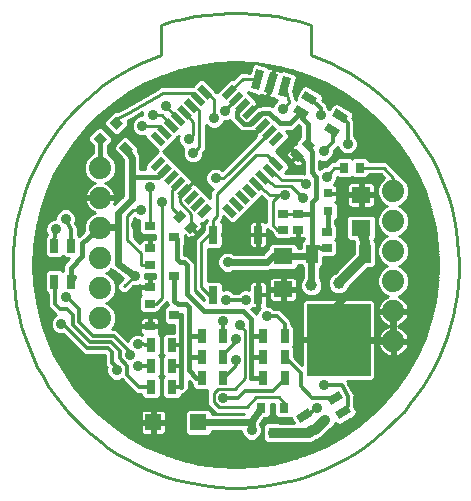
<source format=gtl>
G75*
G70*
%OFA0B0*%
%FSLAX24Y24*%
%IPPOS*%
%LPD*%
%AMOC8*
5,1,8,0,0,1.08239X$1,22.5*
%
%ADD10C,0.0100*%
%ADD11C,0.0740*%
%ADD12R,0.0354X0.0276*%
%ADD13R,0.0300X0.0600*%
%ADD14R,0.0276X0.0354*%
%ADD15R,0.0276X0.0669*%
%ADD16R,0.0500X0.0220*%
%ADD17R,0.0220X0.0500*%
%ADD18R,0.0276X0.0472*%
%ADD19R,0.2126X0.2441*%
%ADD20R,0.0394X0.0630*%
%ADD21R,0.0630X0.0551*%
%ADD22R,0.0315X0.0315*%
%ADD23R,0.0315X0.0472*%
%ADD24R,0.0315X0.0354*%
%ADD25R,0.0551X0.0551*%
%ADD26R,0.0354X0.0315*%
%ADD27C,0.0160*%
%ADD28C,0.0357*%
%ADD29C,0.0240*%
%ADD30C,0.0120*%
%ADD31C,0.0320*%
%ADD32C,0.0396*%
D10*
X002804Y002826D02*
X006711Y002826D01*
X006681Y002773D02*
X005989Y002773D01*
X005889Y002673D01*
X005889Y001981D01*
X005989Y001881D01*
X006681Y001881D01*
X006781Y001981D01*
X006781Y002038D01*
X007761Y002039D01*
X007761Y001990D01*
X007814Y001862D01*
X007912Y001764D01*
X008040Y001711D01*
X008178Y001711D01*
X008306Y001764D01*
X008404Y001862D01*
X008457Y001990D01*
X008457Y002128D01*
X008404Y002256D01*
X008399Y002262D01*
X008399Y002270D01*
X008538Y002456D01*
X008663Y002456D01*
X008762Y002555D01*
X008762Y002939D01*
X008856Y002939D01*
X008856Y002555D01*
X008955Y002456D01*
X009411Y002456D01*
X009434Y002478D01*
X009533Y002306D01*
X009054Y002306D01*
X009037Y002323D01*
X008581Y002323D01*
X008482Y002224D01*
X008482Y002048D01*
X008479Y002042D01*
X008479Y001910D01*
X008482Y001904D01*
X008482Y001728D01*
X008581Y001629D01*
X009037Y001629D01*
X009054Y001646D01*
X010102Y001646D01*
X010223Y001696D01*
X010271Y001744D01*
X010286Y001744D01*
X010288Y001745D01*
X010291Y001745D01*
X010349Y001769D01*
X010408Y001793D01*
X010410Y001794D01*
X010412Y001795D01*
X010457Y001840D01*
X010718Y002094D01*
X010766Y002114D01*
X010864Y002212D01*
X010901Y002299D01*
X010911Y002282D01*
X011047Y002246D01*
X011578Y002552D01*
X011614Y002688D01*
X011548Y002802D01*
X011550Y002804D01*
X011539Y002883D01*
X011539Y003178D01*
X011556Y003240D01*
X011539Y003270D01*
X011539Y003304D01*
X011493Y003350D01*
X011339Y003620D01*
X011339Y003654D01*
X011293Y003700D01*
X011291Y003704D01*
X012092Y003704D01*
X012130Y003715D01*
X012164Y003734D01*
X012192Y003762D01*
X012212Y003796D01*
X012222Y003835D01*
X012222Y005025D01*
X011059Y005025D01*
X011059Y005125D01*
X010959Y005125D01*
X010959Y006445D01*
X009926Y006445D01*
X009888Y006435D01*
X009854Y006415D01*
X009826Y006387D01*
X009806Y006353D01*
X009796Y006315D01*
X009796Y005125D01*
X010959Y005125D01*
X010959Y005025D01*
X009796Y005025D01*
X009796Y004252D01*
X009541Y004507D01*
X009541Y004816D01*
X009497Y004859D01*
X009541Y004902D01*
X009541Y005516D01*
X009441Y005615D01*
X009439Y005615D01*
X009439Y005704D01*
X009189Y005954D01*
X009054Y006089D01*
X008872Y006089D01*
X008806Y006154D01*
X008678Y006207D01*
X008613Y006207D01*
X008623Y006225D01*
X008633Y006263D01*
X008633Y006558D01*
X008358Y006558D01*
X008358Y006133D01*
X008390Y006133D01*
X008314Y006056D01*
X008269Y005948D01*
X008246Y005971D01*
X008107Y006110D01*
X008116Y006114D01*
X008142Y006139D01*
X008163Y006133D01*
X008308Y006133D01*
X008308Y006558D01*
X008358Y006558D01*
X008358Y006608D01*
X008308Y006608D01*
X008308Y007033D01*
X008163Y007033D01*
X008125Y007023D01*
X008091Y007003D01*
X008063Y006975D01*
X008043Y006941D01*
X008033Y006903D01*
X008033Y006739D01*
X007988Y006757D01*
X007850Y006757D01*
X007722Y006704D01*
X007656Y006639D01*
X007522Y006639D01*
X007456Y006704D01*
X007328Y006757D01*
X007190Y006757D01*
X007153Y006742D01*
X007153Y006953D01*
X007053Y007053D01*
X006653Y007053D01*
X006653Y008113D01*
X007053Y008113D01*
X007153Y008213D01*
X007153Y008953D01*
X007084Y009023D01*
X007173Y009112D01*
X007173Y009190D01*
X007403Y008960D01*
X007544Y008960D01*
X007767Y009183D01*
X007989Y009405D01*
X008212Y009628D01*
X008435Y009851D01*
X008441Y009857D01*
X008585Y009744D01*
X008589Y009741D01*
X008589Y008989D01*
X008575Y009003D01*
X008541Y009023D01*
X008503Y009033D01*
X008358Y009033D01*
X008358Y008608D01*
X008633Y008608D01*
X008633Y008774D01*
X008718Y008689D01*
X008812Y008595D01*
X008812Y008545D01*
X008911Y008445D01*
X009407Y008445D01*
X009434Y008473D01*
X009462Y008465D01*
X009640Y008465D01*
X009640Y008734D01*
X009678Y008734D01*
X009678Y008465D01*
X009856Y008465D01*
X009860Y008466D01*
X009860Y008434D01*
X009844Y008434D01*
X009745Y008334D01*
X009745Y008150D01*
X009644Y008150D01*
X009644Y008206D01*
X009544Y008306D01*
X008774Y008306D01*
X008674Y008206D01*
X008674Y008118D01*
X008646Y008106D01*
X008564Y008024D01*
X008489Y007949D01*
X007511Y007950D01*
X007506Y007954D01*
X007378Y008007D01*
X007240Y008007D01*
X007112Y007954D01*
X007014Y007856D01*
X006961Y007728D01*
X006961Y007590D01*
X007014Y007462D01*
X007112Y007364D01*
X007240Y007311D01*
X007378Y007311D01*
X007506Y007364D01*
X007513Y007370D01*
X008551Y007369D01*
X008551Y007369D01*
X008609Y007369D01*
X008666Y007369D01*
X008667Y007369D01*
X008720Y007391D01*
X008773Y007413D01*
X008773Y007413D01*
X008773Y007413D01*
X008775Y007415D01*
X009544Y007415D01*
X009644Y007514D01*
X009644Y007570D01*
X009745Y007570D01*
X009745Y007563D01*
X009813Y007495D01*
X009813Y007124D01*
X009791Y007102D01*
X009735Y006966D01*
X009735Y006820D01*
X009791Y006685D01*
X009895Y006581D01*
X010030Y006525D01*
X010176Y006525D01*
X010312Y006581D01*
X010415Y006685D01*
X010471Y006820D01*
X010471Y006966D01*
X010415Y007102D01*
X010393Y007124D01*
X010393Y007478D01*
X010478Y007563D01*
X010478Y007845D01*
X010857Y007845D01*
X010956Y007945D01*
X010956Y008361D01*
X010908Y008409D01*
X010956Y008457D01*
X010956Y008873D01*
X010903Y008926D01*
X010905Y009054D01*
X010986Y009136D01*
X010986Y009592D01*
X010904Y009674D01*
X010909Y009677D01*
X010937Y009705D01*
X010956Y009739D01*
X010966Y009777D01*
X010966Y009926D01*
X010688Y009926D01*
X010688Y009983D01*
X010966Y009983D01*
X010966Y010132D01*
X010956Y010170D01*
X010937Y010204D01*
X010909Y010232D01*
X010874Y010252D01*
X010851Y010258D01*
X010904Y010312D01*
X010957Y010440D01*
X010957Y010499D01*
X010995Y010462D01*
X011411Y010462D01*
X011459Y010510D01*
X011507Y010462D01*
X011923Y010462D01*
X012023Y010561D01*
X012023Y010589D01*
X012418Y010589D01*
X012522Y010485D01*
X012376Y010340D01*
X012294Y010141D01*
X012294Y009927D01*
X012376Y009728D01*
X012528Y009576D01*
X012630Y009534D01*
X012528Y009492D01*
X012376Y009340D01*
X012294Y009141D01*
X012294Y008927D01*
X012376Y008728D01*
X012528Y008576D01*
X012630Y008534D01*
X012528Y008492D01*
X012376Y008340D01*
X012294Y008141D01*
X012294Y007927D01*
X012376Y007728D01*
X012528Y007576D01*
X012630Y007534D01*
X012528Y007492D01*
X012376Y007340D01*
X012294Y007141D01*
X012294Y006927D01*
X012376Y006728D01*
X012528Y006576D01*
X012656Y006523D01*
X012634Y006516D01*
X012561Y006479D01*
X012495Y006431D01*
X012437Y006373D01*
X012389Y006307D01*
X012352Y006234D01*
X012327Y006156D01*
X012315Y006084D01*
X012784Y006084D01*
X012784Y005984D01*
X012315Y005984D01*
X012327Y005912D01*
X012352Y005834D01*
X012389Y005761D01*
X012437Y005695D01*
X012495Y005637D01*
X012561Y005589D01*
X012634Y005552D01*
X012690Y005534D01*
X012634Y005516D01*
X012561Y005479D01*
X012495Y005431D01*
X012437Y005373D01*
X012389Y005307D01*
X012352Y005234D01*
X012327Y005156D01*
X012315Y005084D01*
X012784Y005084D01*
X012784Y004984D01*
X012884Y004984D01*
X012884Y004515D01*
X012956Y004527D01*
X013034Y004552D01*
X013107Y004589D01*
X013173Y004637D01*
X013231Y004695D01*
X013279Y004761D01*
X013316Y004834D01*
X013341Y004912D01*
X013353Y004984D01*
X012884Y004984D01*
X012884Y005084D01*
X013353Y005084D01*
X013341Y005156D01*
X013316Y005234D01*
X013279Y005307D01*
X013231Y005373D01*
X013173Y005431D01*
X013107Y005479D01*
X013034Y005516D01*
X012978Y005534D01*
X013034Y005552D01*
X013107Y005589D01*
X013173Y005637D01*
X013231Y005695D01*
X013279Y005761D01*
X013316Y005834D01*
X013341Y005912D01*
X013353Y005984D01*
X012884Y005984D01*
X012884Y005084D01*
X012784Y005084D01*
X012784Y005553D01*
X012784Y005984D01*
X012884Y005984D01*
X012884Y006084D01*
X013353Y006084D01*
X013341Y006156D01*
X013316Y006234D01*
X013279Y006307D01*
X013231Y006373D01*
X013173Y006431D01*
X013107Y006479D01*
X013034Y006516D01*
X013012Y006523D01*
X013140Y006576D01*
X013292Y006728D01*
X013374Y006927D01*
X013374Y007141D01*
X013292Y007340D01*
X013140Y007492D01*
X013038Y007534D01*
X013140Y007576D01*
X013292Y007728D01*
X013374Y007927D01*
X013374Y008141D01*
X013292Y008340D01*
X013140Y008492D01*
X013038Y008534D01*
X013140Y008576D01*
X013292Y008728D01*
X013374Y008927D01*
X013374Y009141D01*
X013292Y009340D01*
X013140Y009492D01*
X013038Y009534D01*
X013140Y009576D01*
X013292Y009728D01*
X013374Y009927D01*
X013374Y010141D01*
X013292Y010340D01*
X013140Y010492D01*
X013054Y010527D01*
X013054Y010575D01*
X012729Y010900D01*
X012600Y011029D01*
X012023Y011029D01*
X012023Y011057D01*
X011923Y011156D01*
X011507Y011156D01*
X011459Y011108D01*
X011411Y011156D01*
X010995Y011156D01*
X010895Y011057D01*
X010895Y011033D01*
X010849Y011029D01*
X010768Y011029D01*
X010760Y011021D01*
X010748Y011020D01*
X010696Y010958D01*
X010639Y010900D01*
X010639Y010889D01*
X010613Y010857D01*
X010540Y010857D01*
X010412Y010804D01*
X010364Y010757D01*
X010359Y010763D01*
X010359Y011044D01*
X010440Y011011D01*
X010578Y011011D01*
X010706Y011064D01*
X010804Y011162D01*
X010857Y011290D01*
X010857Y011382D01*
X010904Y011429D01*
X010977Y011501D01*
X011014Y011412D01*
X011112Y011314D01*
X011240Y011261D01*
X011378Y011261D01*
X011506Y011314D01*
X011604Y011412D01*
X011657Y011540D01*
X011657Y011678D01*
X011604Y011806D01*
X011539Y011872D01*
X011539Y012397D01*
X011475Y012461D01*
X011514Y012530D01*
X011478Y012666D01*
X010947Y012972D01*
X010811Y012936D01*
X010705Y012754D01*
X010704Y012756D01*
X010639Y012821D01*
X010639Y012828D01*
X010639Y012915D01*
X010632Y012921D01*
X010632Y012931D01*
X010566Y012988D01*
X010504Y013049D01*
X010495Y013049D01*
X010465Y013075D01*
X010491Y013120D01*
X010455Y013256D01*
X009924Y013563D01*
X009788Y013526D01*
X009579Y013166D01*
X009604Y013074D01*
X009581Y013068D01*
X009574Y013130D01*
X009557Y013144D01*
X009492Y013360D01*
X009618Y013828D01*
X009547Y013950D01*
X009145Y014058D01*
X009091Y014027D01*
X009071Y014047D01*
X009037Y014066D01*
X008903Y014102D01*
X008782Y013652D01*
X008746Y013662D01*
X008866Y014112D01*
X008732Y014148D01*
X008693Y014148D01*
X008666Y014141D01*
X008634Y014195D01*
X008248Y014298D01*
X008823Y014218D01*
X009430Y014075D01*
X010021Y013877D01*
X010592Y013625D01*
X011136Y013322D01*
X011651Y012970D01*
X012130Y012571D01*
X012571Y012130D01*
X012970Y011651D01*
X013322Y011136D01*
X013625Y010592D01*
X013877Y010021D01*
X014075Y009430D01*
X014218Y008823D01*
X014304Y008206D01*
X014333Y007583D01*
X014304Y006960D01*
X014218Y006343D01*
X014075Y005736D01*
X013877Y005145D01*
X013625Y004574D01*
X013322Y004030D01*
X012970Y003515D01*
X012571Y003036D01*
X012130Y002595D01*
X011651Y002196D01*
X011136Y001844D01*
X010592Y001541D01*
X010021Y001289D01*
X009430Y001091D01*
X008823Y000948D01*
X008206Y000862D01*
X007583Y000833D01*
X006960Y000862D01*
X006343Y000948D01*
X005736Y001091D01*
X005145Y001289D01*
X004574Y001541D01*
X004030Y001844D01*
X003515Y002196D01*
X003036Y002595D01*
X002595Y003036D01*
X002196Y003515D01*
X001844Y004030D01*
X001541Y004574D01*
X001289Y005145D01*
X001091Y005736D01*
X000948Y006343D01*
X000862Y006960D01*
X000833Y007583D01*
X000862Y008206D01*
X000948Y008823D01*
X001091Y009430D01*
X001289Y010021D01*
X001541Y010592D01*
X001844Y011136D01*
X002196Y011651D01*
X002595Y012130D01*
X003036Y012571D01*
X003515Y012970D01*
X004030Y013322D01*
X004574Y013625D01*
X005145Y013877D01*
X005736Y014075D01*
X006343Y014218D01*
X006960Y014304D01*
X007583Y014333D01*
X008206Y014304D01*
X008229Y014301D01*
X008110Y014232D01*
X008044Y013985D01*
X007901Y013988D01*
X007900Y013989D01*
X007811Y013989D01*
X007721Y013990D01*
X007720Y013989D01*
X007718Y013989D01*
X007655Y013926D01*
X007590Y013864D01*
X007590Y013861D01*
X007487Y013758D01*
X007403Y013758D01*
X006967Y013322D01*
X006950Y013338D01*
X006935Y013338D01*
X006515Y013758D01*
X006374Y013758D01*
X006151Y013535D01*
X006145Y013529D01*
X005188Y013529D01*
X005128Y013545D01*
X005100Y013529D01*
X005068Y013529D01*
X005024Y013485D01*
X003869Y012819D01*
X003656Y012704D01*
X003652Y012709D01*
X003511Y012709D01*
X003188Y012386D01*
X003188Y012245D01*
X003539Y011895D01*
X003679Y011895D01*
X004002Y012218D01*
X004002Y012358D01*
X003981Y012379D01*
X004004Y012392D01*
X004007Y012391D01*
X004084Y012435D01*
X004161Y012477D01*
X004162Y012480D01*
X004474Y012660D01*
X004461Y012628D01*
X004461Y012557D01*
X004390Y012557D01*
X004262Y012504D01*
X004164Y012406D01*
X004111Y012278D01*
X004111Y012140D01*
X004164Y012012D01*
X004262Y011914D01*
X004390Y011861D01*
X004528Y011861D01*
X004560Y011874D01*
X004560Y011803D01*
X005004Y011359D01*
X004560Y010915D01*
X004560Y010774D01*
X004575Y010759D01*
X004399Y010759D01*
X004399Y011114D01*
X004405Y011139D01*
X004399Y011171D01*
X004399Y011204D01*
X004389Y011228D01*
X004385Y011253D01*
X004367Y011281D01*
X004355Y011311D01*
X004337Y011329D01*
X004316Y011362D01*
X004322Y011368D01*
X004322Y011509D01*
X003972Y011859D01*
X003831Y011859D01*
X003509Y011537D01*
X003509Y011396D01*
X003779Y011126D01*
X003819Y011063D01*
X003819Y009879D01*
X003532Y009592D01*
X003541Y009609D01*
X003566Y009687D01*
X003578Y009759D01*
X003109Y009759D01*
X003109Y009859D01*
X003578Y009859D01*
X003566Y009931D01*
X003541Y010009D01*
X003504Y010082D01*
X003456Y010148D01*
X003398Y010206D01*
X003332Y010254D01*
X003259Y010291D01*
X003237Y010298D01*
X003365Y010351D01*
X003517Y010503D01*
X003599Y010702D01*
X003599Y010916D01*
X003517Y011115D01*
X003365Y011267D01*
X003309Y011290D01*
X003309Y011512D01*
X003309Y011525D01*
X003473Y011689D01*
X003473Y011829D01*
X003123Y012180D01*
X002982Y012180D01*
X002660Y011857D01*
X002660Y011716D01*
X002809Y011567D01*
X002809Y011566D01*
X002809Y011519D01*
X002808Y011473D01*
X002809Y011470D01*
X002809Y011290D01*
X002753Y011267D01*
X002601Y011115D01*
X002519Y010916D01*
X002519Y010702D01*
X002601Y010503D01*
X002753Y010351D01*
X002881Y010298D01*
X002859Y010291D01*
X002786Y010254D01*
X002720Y010206D01*
X002662Y010148D01*
X002614Y010082D01*
X002577Y010009D01*
X002552Y009931D01*
X002540Y009859D01*
X003009Y009859D01*
X003009Y009759D01*
X002540Y009759D01*
X002552Y009687D01*
X002577Y009609D01*
X002614Y009536D01*
X002662Y009470D01*
X002720Y009412D01*
X002786Y009364D01*
X002859Y009327D01*
X002881Y009320D01*
X002753Y009267D01*
X002601Y009115D01*
X002519Y008916D01*
X002519Y008702D01*
X002524Y008689D01*
X002353Y008546D01*
X002315Y008584D01*
X002315Y008694D01*
X002333Y008746D01*
X002315Y008786D01*
X002315Y008830D01*
X002276Y008869D01*
X002228Y008970D01*
X002257Y009040D01*
X002257Y009178D01*
X002204Y009306D01*
X002106Y009404D01*
X001978Y009457D01*
X001840Y009457D01*
X001712Y009404D01*
X001614Y009306D01*
X001561Y009178D01*
X001561Y009107D01*
X001520Y009107D01*
X001392Y009054D01*
X001294Y008956D01*
X001241Y008828D01*
X001241Y008690D01*
X001290Y008571D01*
X001226Y008506D01*
X001226Y007893D01*
X001325Y007793D01*
X001742Y007793D01*
X001809Y007861D01*
X001876Y007793D01*
X002040Y007793D01*
X001873Y007626D01*
X001835Y007534D01*
X001835Y007383D01*
X001809Y007357D01*
X001742Y007425D01*
X001325Y007425D01*
X001226Y007325D01*
X001226Y006712D01*
X001325Y006612D01*
X001329Y006612D01*
X001329Y006164D01*
X001464Y006029D01*
X001581Y005912D01*
X001562Y005904D01*
X001464Y005806D01*
X001411Y005678D01*
X001411Y005540D01*
X001464Y005412D01*
X001562Y005314D01*
X001690Y005261D01*
X001828Y005261D01*
X001831Y005262D01*
X002379Y004714D01*
X002514Y004579D01*
X003214Y004579D01*
X003229Y004564D01*
X003229Y004214D01*
X003276Y004166D01*
X003261Y004128D01*
X003261Y003990D01*
X003314Y003862D01*
X003412Y003764D01*
X003540Y003711D01*
X003678Y003711D01*
X003787Y003756D01*
X004264Y003279D01*
X004427Y003279D01*
X004427Y003202D01*
X004527Y003103D01*
X004983Y003103D01*
X005082Y003202D01*
X005082Y003816D01*
X005039Y003859D01*
X005082Y003902D01*
X005082Y004516D01*
X005039Y004559D01*
X005082Y004602D01*
X005082Y005216D01*
X005012Y005285D01*
X005013Y005285D01*
X005032Y005320D01*
X005042Y005358D01*
X005042Y005506D01*
X004744Y005506D01*
X004744Y005564D01*
X004687Y005564D01*
X004687Y005842D01*
X004518Y005842D01*
X004480Y005832D01*
X004446Y005813D01*
X004418Y005785D01*
X004398Y005750D01*
X004388Y005712D01*
X004388Y005564D01*
X004687Y005564D01*
X004687Y005506D01*
X004388Y005506D01*
X004388Y005358D01*
X004398Y005320D01*
X004418Y005285D01*
X004446Y005257D01*
X004461Y005249D01*
X004460Y005248D01*
X004388Y005277D01*
X004250Y005277D01*
X004122Y005224D01*
X004024Y005126D01*
X003992Y005051D01*
X003604Y005439D01*
X003453Y005439D01*
X003517Y005503D01*
X003599Y005702D01*
X003599Y005916D01*
X003517Y006115D01*
X003365Y006267D01*
X003263Y006309D01*
X003365Y006351D01*
X003517Y006503D01*
X003599Y006702D01*
X003599Y006916D01*
X003517Y007115D01*
X003365Y007267D01*
X003263Y007309D01*
X003365Y007351D01*
X003434Y007421D01*
X003442Y007408D01*
X003470Y007388D01*
X003495Y007363D01*
X003516Y007354D01*
X003821Y007132D01*
X003639Y006950D01*
X003639Y006768D01*
X003768Y006639D01*
X003950Y006639D01*
X004172Y006861D01*
X004278Y006861D01*
X004388Y006906D01*
X004388Y006864D01*
X004687Y006864D01*
X004687Y007142D01*
X004557Y007142D01*
X004557Y007256D01*
X004889Y007256D01*
X004889Y007142D01*
X004744Y007142D01*
X004744Y006864D01*
X004687Y006864D01*
X004687Y006806D01*
X004388Y006806D01*
X004388Y006658D01*
X004398Y006620D01*
X004418Y006585D01*
X004430Y006573D01*
X004368Y006511D01*
X004368Y006055D01*
X004468Y005956D01*
X004963Y005956D01*
X005062Y006055D01*
X005062Y006101D01*
X005200Y006239D01*
X005292Y006331D01*
X005292Y006326D01*
X005329Y006236D01*
X005295Y006236D01*
X005195Y006137D01*
X005195Y005681D01*
X005295Y005582D01*
X005509Y005582D01*
X005509Y005315D01*
X005235Y005315D01*
X005136Y005216D01*
X005136Y004602D01*
X005179Y004559D01*
X005136Y004516D01*
X005136Y003902D01*
X005179Y003859D01*
X005136Y003816D01*
X005136Y003202D01*
X005235Y003103D01*
X005691Y003103D01*
X005791Y003202D01*
X005791Y003259D01*
X005809Y003259D01*
X005901Y003297D01*
X005971Y003367D01*
X006009Y003459D01*
X006009Y003705D01*
X006117Y003597D01*
X006127Y003593D01*
X006127Y003502D01*
X006227Y003403D01*
X006642Y003403D01*
X006639Y003400D01*
X006639Y002898D01*
X006789Y002748D01*
X006918Y002619D01*
X007870Y002619D01*
X007870Y002619D01*
X006781Y002618D01*
X006781Y002673D01*
X006681Y002773D01*
X006726Y002728D02*
X006809Y002728D01*
X006781Y002629D02*
X006908Y002629D01*
X007009Y002839D02*
X007959Y002839D01*
X008269Y003159D01*
X009009Y003159D01*
X009183Y002985D01*
X009183Y002803D01*
X008856Y002826D02*
X008762Y002826D01*
X008762Y002728D02*
X008856Y002728D01*
X008856Y002629D02*
X008762Y002629D01*
X008738Y002531D02*
X008880Y002531D01*
X008520Y002432D02*
X009460Y002432D01*
X009517Y002334D02*
X008447Y002334D01*
X008413Y002235D02*
X008493Y002235D01*
X008482Y002137D02*
X008454Y002137D01*
X008457Y002038D02*
X008479Y002038D01*
X008479Y001940D02*
X008437Y001940D01*
X008482Y001841D02*
X008384Y001841D01*
X008482Y001743D02*
X008255Y001743D01*
X007963Y001743D02*
X004212Y001743D01*
X004035Y001841D02*
X007834Y001841D01*
X007781Y001940D02*
X006739Y001940D01*
X007215Y002038D02*
X007761Y002038D01*
X008566Y001644D02*
X004389Y001644D01*
X004506Y001912D02*
X004544Y001901D01*
X004789Y001901D01*
X004789Y002277D01*
X004889Y002277D01*
X004889Y001901D01*
X005134Y001901D01*
X005173Y001912D01*
X005207Y001931D01*
X005235Y001959D01*
X005254Y001994D01*
X005265Y002032D01*
X005265Y002277D01*
X004889Y002277D01*
X004889Y002377D01*
X005265Y002377D01*
X005265Y002622D01*
X005254Y002661D01*
X005235Y002695D01*
X005207Y002723D01*
X005173Y002742D01*
X005134Y002753D01*
X004889Y002753D01*
X004889Y002377D01*
X004789Y002377D01*
X004789Y002277D01*
X004413Y002277D01*
X004413Y002032D01*
X004424Y001994D01*
X004443Y001959D01*
X004471Y001931D01*
X004506Y001912D01*
X004463Y001940D02*
X003890Y001940D01*
X003746Y002038D02*
X004413Y002038D01*
X004413Y002137D02*
X003603Y002137D01*
X003469Y002235D02*
X004413Y002235D01*
X004413Y002377D02*
X004789Y002377D01*
X004789Y002753D01*
X004544Y002753D01*
X004506Y002742D01*
X004471Y002723D01*
X004443Y002695D01*
X004424Y002661D01*
X004413Y002622D01*
X004413Y002377D01*
X004413Y002432D02*
X003231Y002432D01*
X003113Y002531D02*
X004413Y002531D01*
X004415Y002629D02*
X003001Y002629D01*
X002903Y002728D02*
X004480Y002728D01*
X004789Y002728D02*
X004889Y002728D01*
X004889Y002629D02*
X004789Y002629D01*
X004789Y002531D02*
X004889Y002531D01*
X004889Y002432D02*
X004789Y002432D01*
X004789Y002334D02*
X003350Y002334D01*
X002706Y002925D02*
X006639Y002925D01*
X006639Y003023D02*
X002607Y003023D01*
X002523Y003122D02*
X004508Y003122D01*
X004427Y003220D02*
X002442Y003220D01*
X002360Y003319D02*
X004224Y003319D01*
X004126Y003417D02*
X002278Y003417D01*
X002196Y003516D02*
X004027Y003516D01*
X003929Y003614D02*
X002129Y003614D01*
X002061Y003713D02*
X003535Y003713D01*
X003683Y003713D02*
X003830Y003713D01*
X003364Y003811D02*
X001994Y003811D01*
X001926Y003910D02*
X003294Y003910D01*
X003261Y004008D02*
X001859Y004008D01*
X001801Y004107D02*
X003261Y004107D01*
X003238Y004205D02*
X001746Y004205D01*
X001691Y004304D02*
X003229Y004304D01*
X003229Y004402D02*
X001637Y004402D01*
X001582Y004501D02*
X003229Y004501D01*
X002494Y004599D02*
X001530Y004599D01*
X001486Y004698D02*
X002395Y004698D01*
X002297Y004796D02*
X001443Y004796D01*
X001399Y004895D02*
X002198Y004895D01*
X002100Y004993D02*
X001356Y004993D01*
X001312Y005092D02*
X002001Y005092D01*
X001903Y005190D02*
X001274Y005190D01*
X001241Y005289D02*
X001622Y005289D01*
X001488Y005387D02*
X001208Y005387D01*
X001175Y005486D02*
X001433Y005486D01*
X001411Y005584D02*
X001142Y005584D01*
X001109Y005683D02*
X001412Y005683D01*
X001453Y005781D02*
X001080Y005781D01*
X001057Y005880D02*
X001537Y005880D01*
X001515Y005978D02*
X001034Y005978D01*
X001011Y006077D02*
X001416Y006077D01*
X001329Y006175D02*
X000987Y006175D01*
X000964Y006274D02*
X001329Y006274D01*
X001329Y006372D02*
X000944Y006372D01*
X000930Y006471D02*
X001329Y006471D01*
X001329Y006569D02*
X000916Y006569D01*
X000903Y006668D02*
X001270Y006668D01*
X001226Y006766D02*
X000889Y006766D01*
X000875Y006865D02*
X001226Y006865D01*
X001226Y006963D02*
X000862Y006963D01*
X000857Y007062D02*
X001226Y007062D01*
X001226Y007160D02*
X000853Y007160D01*
X000848Y007259D02*
X001226Y007259D01*
X001258Y007357D02*
X000843Y007357D01*
X000839Y007456D02*
X001835Y007456D01*
X001843Y007554D02*
X000834Y007554D01*
X000836Y007653D02*
X001899Y007653D01*
X001998Y007751D02*
X000841Y007751D01*
X000845Y007850D02*
X001269Y007850D01*
X001226Y007948D02*
X000850Y007948D01*
X000854Y008047D02*
X001226Y008047D01*
X001226Y008145D02*
X000859Y008145D01*
X000867Y008244D02*
X001226Y008244D01*
X001226Y008342D02*
X000881Y008342D01*
X000895Y008441D02*
X001226Y008441D01*
X001258Y008539D02*
X000908Y008539D01*
X000922Y008638D02*
X001262Y008638D01*
X001241Y008736D02*
X000936Y008736D01*
X000951Y008835D02*
X001243Y008835D01*
X001284Y008933D02*
X000974Y008933D01*
X000997Y009032D02*
X001369Y009032D01*
X001561Y009130D02*
X001020Y009130D01*
X001043Y009229D02*
X001581Y009229D01*
X001634Y009327D02*
X001066Y009327D01*
X001090Y009426D02*
X001763Y009426D01*
X002055Y009426D02*
X002707Y009426D01*
X002623Y009524D02*
X001122Y009524D01*
X001155Y009623D02*
X002573Y009623D01*
X002546Y009721D02*
X001188Y009721D01*
X001221Y009820D02*
X003009Y009820D01*
X003109Y009820D02*
X003759Y009820D01*
X003819Y009918D02*
X003568Y009918D01*
X003537Y010017D02*
X003819Y010017D01*
X003819Y010115D02*
X003479Y010115D01*
X003387Y010214D02*
X003819Y010214D01*
X003819Y010312D02*
X003270Y010312D01*
X003424Y010411D02*
X003819Y010411D01*
X003819Y010509D02*
X003519Y010509D01*
X003560Y010608D02*
X003819Y010608D01*
X003819Y010706D02*
X003599Y010706D01*
X003599Y010805D02*
X003819Y010805D01*
X003819Y010903D02*
X003599Y010903D01*
X003564Y011002D02*
X003819Y011002D01*
X003795Y011100D02*
X003523Y011100D01*
X003433Y011199D02*
X003706Y011199D01*
X003608Y011297D02*
X003309Y011297D01*
X003309Y011396D02*
X003509Y011396D01*
X003509Y011494D02*
X003309Y011494D01*
X003377Y011593D02*
X003564Y011593D01*
X003473Y011691D02*
X003663Y011691D01*
X003761Y011790D02*
X003473Y011790D01*
X003414Y011888D02*
X004323Y011888D01*
X004189Y011987D02*
X003771Y011987D01*
X003869Y012085D02*
X004133Y012085D01*
X004111Y012184D02*
X003968Y012184D01*
X004002Y012282D02*
X004112Y012282D01*
X004153Y012381D02*
X003984Y012381D01*
X004162Y012479D02*
X004236Y012479D01*
X004331Y012578D02*
X004461Y012578D01*
X004809Y012559D02*
X005109Y012559D01*
X005430Y012220D01*
X005207Y011997D02*
X005009Y012209D01*
X004459Y012209D01*
X004574Y011790D02*
X004042Y011790D01*
X004140Y011691D02*
X004672Y011691D01*
X004771Y011593D02*
X004239Y011593D01*
X004322Y011494D02*
X004869Y011494D01*
X004968Y011396D02*
X004322Y011396D01*
X004361Y011297D02*
X004942Y011297D01*
X004844Y011199D02*
X004399Y011199D01*
X004399Y011100D02*
X004745Y011100D01*
X004647Y011002D02*
X004399Y011002D01*
X004399Y010903D02*
X004560Y010903D01*
X004560Y010805D02*
X004399Y010805D01*
X004709Y010159D02*
X004709Y008939D01*
X004715Y008883D01*
X004889Y008556D02*
X004468Y008556D01*
X004368Y008655D01*
X004368Y009061D01*
X004340Y009061D01*
X004212Y009114D01*
X004193Y009132D01*
X004179Y009118D01*
X004179Y008500D01*
X004388Y008291D01*
X004388Y008312D01*
X004398Y008350D01*
X004418Y008385D01*
X004446Y008413D01*
X004480Y008432D01*
X004518Y008442D01*
X004687Y008442D01*
X004687Y008164D01*
X004744Y008164D01*
X004744Y008442D01*
X004889Y008442D01*
X004889Y008556D01*
X004889Y008539D02*
X004179Y008539D01*
X004259Y008591D02*
X004259Y008909D01*
X004179Y008933D02*
X004368Y008933D01*
X004368Y008835D02*
X004179Y008835D01*
X004179Y008736D02*
X004368Y008736D01*
X004386Y008638D02*
X004179Y008638D01*
X004239Y008441D02*
X004511Y008441D01*
X004396Y008342D02*
X004337Y008342D01*
X004687Y008342D02*
X004744Y008342D01*
X004744Y008244D02*
X004687Y008244D01*
X004687Y008441D02*
X004744Y008441D01*
X004409Y007959D02*
X004409Y007583D01*
X004715Y007583D01*
X004409Y007959D02*
X003959Y008409D01*
X003959Y009209D01*
X004159Y009409D01*
X004409Y009409D01*
X004195Y009130D02*
X004191Y009130D01*
X004179Y009032D02*
X004368Y009032D01*
X003661Y009721D02*
X003572Y009721D01*
X003562Y009623D02*
X003545Y009623D01*
X002860Y009327D02*
X002184Y009327D01*
X002237Y009229D02*
X002715Y009229D01*
X002616Y009130D02*
X002257Y009130D01*
X002254Y009032D02*
X002567Y009032D01*
X002526Y008933D02*
X002246Y008933D01*
X002310Y008835D02*
X002519Y008835D01*
X002519Y008736D02*
X002330Y008736D01*
X002315Y008638D02*
X002463Y008638D01*
X001820Y007850D02*
X001798Y007850D01*
X003371Y007357D02*
X003510Y007357D01*
X003373Y007259D02*
X003648Y007259D01*
X003783Y007160D02*
X003472Y007160D01*
X003539Y007062D02*
X003750Y007062D01*
X003652Y006963D02*
X003580Y006963D01*
X003599Y006865D02*
X003639Y006865D01*
X003641Y006766D02*
X003599Y006766D01*
X003585Y006668D02*
X003739Y006668D01*
X003544Y006569D02*
X004426Y006569D01*
X004388Y006668D02*
X003979Y006668D01*
X004077Y006766D02*
X004388Y006766D01*
X004388Y006865D02*
X004288Y006865D01*
X004209Y007209D02*
X003859Y006859D01*
X003484Y006471D02*
X004368Y006471D01*
X004368Y006372D02*
X003386Y006372D01*
X003349Y006274D02*
X004368Y006274D01*
X004368Y006175D02*
X003457Y006175D01*
X003533Y006077D02*
X004368Y006077D01*
X004445Y005978D02*
X003573Y005978D01*
X003599Y005880D02*
X005195Y005880D01*
X005195Y005978D02*
X004985Y005978D01*
X005062Y006077D02*
X005195Y006077D01*
X005233Y006175D02*
X005136Y006175D01*
X005235Y006274D02*
X005314Y006274D01*
X005109Y006459D02*
X005109Y009684D01*
X005459Y009459D02*
X005728Y009190D01*
X006090Y009278D02*
X005709Y009659D01*
X005709Y009886D01*
X005875Y010053D01*
X005868Y010053D02*
X005679Y009863D01*
X005679Y009849D01*
X005875Y010046D01*
X005868Y010053D01*
X005875Y010060D02*
X006155Y010339D01*
X006077Y010416D01*
X006077Y010445D01*
X005822Y010700D01*
X005599Y010923D01*
X005377Y011145D01*
X005163Y011359D01*
X005409Y011605D01*
X005632Y011828D01*
X005681Y011877D01*
X005661Y011828D01*
X005661Y011690D01*
X005714Y011562D01*
X005812Y011464D01*
X005841Y011452D01*
X005811Y011378D01*
X005811Y011240D01*
X005864Y011112D01*
X005962Y011014D01*
X006090Y010961D01*
X006228Y010961D01*
X006356Y011014D01*
X006454Y011112D01*
X006507Y011240D01*
X006507Y011346D01*
X006579Y011418D01*
X006579Y012246D01*
X006662Y012164D01*
X006790Y012111D01*
X006928Y012111D01*
X007056Y012164D01*
X007154Y012262D01*
X007195Y012361D01*
X007278Y012361D01*
X007382Y012404D01*
X007397Y012367D01*
X007647Y012117D01*
X007717Y012047D01*
X007809Y012009D01*
X008109Y012009D01*
X008126Y012016D01*
X008202Y011941D01*
X008481Y012220D01*
X008488Y012213D01*
X008209Y011934D01*
X008272Y011870D01*
X007170Y010768D01*
X007130Y010731D01*
X007106Y010754D01*
X006978Y010807D01*
X006840Y010807D01*
X006712Y010754D01*
X006614Y010656D01*
X006561Y010528D01*
X006561Y010390D01*
X006614Y010262D01*
X006712Y010164D01*
X006825Y010117D01*
X006733Y010024D01*
X006733Y009789D01*
X006713Y009809D01*
X006490Y010032D01*
X006267Y010254D01*
X006239Y010254D01*
X006162Y010332D01*
X005882Y010053D01*
X005875Y010060D01*
X005846Y010017D02*
X005832Y010017D01*
X005748Y009918D02*
X005734Y009918D01*
X005931Y010115D02*
X005945Y010115D01*
X006029Y010214D02*
X006043Y010214D01*
X006128Y010312D02*
X006142Y010312D01*
X006182Y010312D02*
X006593Y010312D01*
X006561Y010411D02*
X006083Y010411D01*
X006013Y010509D02*
X006561Y010509D01*
X006593Y010608D02*
X005914Y010608D01*
X005816Y010706D02*
X006663Y010706D01*
X006833Y010805D02*
X005717Y010805D01*
X005619Y010903D02*
X007305Y010903D01*
X007207Y010805D02*
X006985Y010805D01*
X007159Y010459D02*
X007323Y010609D01*
X008711Y011997D01*
X008459Y012184D02*
X008445Y012184D01*
X008360Y012085D02*
X008346Y012085D01*
X008262Y011987D02*
X008248Y011987D01*
X008156Y011987D02*
X006579Y011987D01*
X006579Y012085D02*
X007679Y012085D01*
X007581Y012184D02*
X007076Y012184D01*
X007163Y012282D02*
X007482Y012282D01*
X007392Y012381D02*
X007327Y012381D01*
X007209Y012709D02*
X007245Y012759D01*
X007597Y013111D01*
X007375Y013334D02*
X007809Y013769D01*
X008303Y013761D01*
X008063Y014055D02*
X005675Y014055D01*
X005381Y013957D02*
X007685Y013957D01*
X007587Y013858D02*
X005101Y013858D01*
X004878Y013760D02*
X007489Y013760D01*
X007306Y013661D02*
X006612Y013661D01*
X006710Y013563D02*
X007208Y013563D01*
X007109Y013464D02*
X006809Y013464D01*
X006907Y013366D02*
X007011Y013366D01*
X006859Y013118D02*
X006543Y013334D01*
X006321Y013111D02*
X006123Y013309D01*
X005159Y013309D01*
X003976Y012627D01*
X003602Y012424D01*
X003595Y012302D01*
X003349Y012085D02*
X003217Y012085D01*
X003250Y012184D02*
X002648Y012184D01*
X002557Y012085D02*
X002887Y012085D01*
X002789Y011987D02*
X002475Y011987D01*
X002393Y011888D02*
X002690Y011888D01*
X002660Y011790D02*
X002312Y011790D01*
X002230Y011691D02*
X002685Y011691D01*
X002783Y011593D02*
X002157Y011593D01*
X002089Y011494D02*
X002808Y011494D01*
X002809Y011396D02*
X002022Y011396D01*
X001954Y011297D02*
X002809Y011297D01*
X002685Y011199D02*
X001887Y011199D01*
X001824Y011100D02*
X002595Y011100D01*
X002554Y011002D02*
X001769Y011002D01*
X001714Y010903D02*
X002519Y010903D01*
X002519Y010805D02*
X001659Y010805D01*
X001604Y010706D02*
X002519Y010706D01*
X002558Y010608D02*
X001549Y010608D01*
X001504Y010509D02*
X002599Y010509D01*
X002694Y010411D02*
X001461Y010411D01*
X001417Y010312D02*
X002848Y010312D01*
X002731Y010214D02*
X001374Y010214D01*
X001330Y010115D02*
X002639Y010115D01*
X002581Y010017D02*
X001287Y010017D01*
X001254Y009918D02*
X002550Y009918D01*
X003316Y011987D02*
X003447Y011987D01*
X003188Y012282D02*
X002746Y012282D01*
X002845Y012381D02*
X003188Y012381D01*
X003281Y012479D02*
X002943Y012479D01*
X003043Y012578D02*
X003380Y012578D01*
X003478Y012676D02*
X003162Y012676D01*
X003280Y012775D02*
X003787Y012775D01*
X003518Y012972D02*
X004134Y012972D01*
X004305Y013070D02*
X003662Y013070D01*
X003806Y013169D02*
X004475Y013169D01*
X004646Y013267D02*
X003949Y013267D01*
X004108Y013366D02*
X004817Y013366D01*
X004988Y013464D02*
X004285Y013464D01*
X004462Y013563D02*
X006179Y013563D01*
X006277Y013661D02*
X004655Y013661D01*
X005259Y012859D02*
X005653Y012443D01*
X005875Y012665D02*
X006169Y012352D01*
X006163Y011893D01*
X006009Y011759D01*
X005781Y011494D02*
X005298Y011494D01*
X005200Y011396D02*
X005818Y011396D01*
X005811Y011297D02*
X005225Y011297D01*
X005323Y011199D02*
X005828Y011199D01*
X005875Y011100D02*
X005422Y011100D01*
X005520Y011002D02*
X005991Y011002D01*
X006327Y011002D02*
X007404Y011002D01*
X007502Y011100D02*
X006443Y011100D01*
X006490Y011199D02*
X007601Y011199D01*
X007699Y011297D02*
X006507Y011297D01*
X006557Y011396D02*
X007798Y011396D01*
X007896Y011494D02*
X006579Y011494D01*
X006579Y011593D02*
X007995Y011593D01*
X008093Y011691D02*
X006579Y011691D01*
X006579Y011790D02*
X008192Y011790D01*
X008254Y011888D02*
X006579Y011888D01*
X006579Y012184D02*
X006642Y012184D01*
X006859Y012459D02*
X006859Y013118D01*
X006359Y012727D02*
X006098Y012888D01*
X006359Y012727D02*
X006359Y011509D01*
X006159Y011309D01*
X005701Y011593D02*
X005397Y011593D01*
X005495Y011691D02*
X005661Y011691D01*
X005661Y011790D02*
X005594Y011790D01*
X006909Y010459D02*
X007159Y010459D01*
X006824Y010115D02*
X006407Y010115D01*
X006505Y010017D02*
X006733Y010017D01*
X006733Y009918D02*
X006604Y009918D01*
X006702Y009820D02*
X006733Y009820D01*
X006953Y009933D02*
X006953Y009203D01*
X006833Y009083D01*
X006833Y008583D01*
X006683Y008583D01*
X006433Y008333D01*
X006433Y006833D01*
X006683Y006583D01*
X006833Y006583D01*
X007153Y006766D02*
X008033Y006766D01*
X008033Y006865D02*
X007153Y006865D01*
X007143Y006963D02*
X008056Y006963D01*
X008308Y006963D02*
X008358Y006963D01*
X008358Y007033D02*
X008358Y006608D01*
X008633Y006608D01*
X008633Y006903D01*
X008623Y006941D01*
X008603Y006975D01*
X008575Y007003D01*
X008541Y007023D01*
X008503Y007033D01*
X008358Y007033D01*
X008358Y006865D02*
X008308Y006865D01*
X008308Y006766D02*
X008358Y006766D01*
X008358Y006668D02*
X008308Y006668D01*
X008358Y006569D02*
X008694Y006569D01*
X008694Y006471D02*
X008633Y006471D01*
X008694Y006462D02*
X008704Y006424D01*
X008724Y006390D01*
X008752Y006362D01*
X008786Y006342D01*
X008824Y006332D01*
X009109Y006332D01*
X009109Y006708D01*
X008694Y006708D01*
X008694Y006462D01*
X008742Y006372D02*
X008633Y006372D01*
X008633Y006274D02*
X009796Y006274D01*
X009796Y006175D02*
X008757Y006175D01*
X009067Y006077D02*
X009796Y006077D01*
X009796Y005978D02*
X009165Y005978D01*
X009264Y005880D02*
X009796Y005880D01*
X009796Y005781D02*
X009362Y005781D01*
X009439Y005683D02*
X009796Y005683D01*
X009796Y005584D02*
X009472Y005584D01*
X009541Y005486D02*
X009796Y005486D01*
X009796Y005387D02*
X009541Y005387D01*
X009541Y005289D02*
X009796Y005289D01*
X009796Y005190D02*
X009541Y005190D01*
X009541Y005092D02*
X010959Y005092D01*
X010959Y005190D02*
X011059Y005190D01*
X011059Y005125D02*
X011059Y006445D01*
X012092Y006445D01*
X012130Y006435D01*
X012164Y006415D01*
X012192Y006387D01*
X012212Y006353D01*
X012222Y006315D01*
X012222Y005125D01*
X011059Y005125D01*
X011059Y005092D02*
X012317Y005092D01*
X012338Y005190D02*
X012222Y005190D01*
X012222Y005289D02*
X012380Y005289D01*
X012452Y005387D02*
X012222Y005387D01*
X012222Y005486D02*
X012575Y005486D01*
X012572Y005584D02*
X012222Y005584D01*
X012222Y005683D02*
X012450Y005683D01*
X012379Y005781D02*
X012222Y005781D01*
X012222Y005880D02*
X012337Y005880D01*
X012316Y005978D02*
X012222Y005978D01*
X012222Y006077D02*
X012784Y006077D01*
X012784Y005978D02*
X012884Y005978D01*
X012884Y005880D02*
X012784Y005880D01*
X012784Y005781D02*
X012884Y005781D01*
X012884Y005683D02*
X012784Y005683D01*
X012784Y005584D02*
X012884Y005584D01*
X012884Y005486D02*
X012784Y005486D01*
X012784Y005387D02*
X012884Y005387D01*
X012884Y005289D02*
X012784Y005289D01*
X012784Y005190D02*
X012884Y005190D01*
X012884Y005092D02*
X012784Y005092D01*
X012784Y004993D02*
X012222Y004993D01*
X012315Y004984D02*
X012327Y004912D01*
X012352Y004834D01*
X012389Y004761D01*
X012437Y004695D01*
X012495Y004637D01*
X012561Y004589D01*
X012634Y004552D01*
X012712Y004527D01*
X012784Y004515D01*
X012784Y004984D01*
X012315Y004984D01*
X012333Y004895D02*
X012222Y004895D01*
X012222Y004796D02*
X012372Y004796D01*
X012436Y004698D02*
X012222Y004698D01*
X012222Y004599D02*
X012548Y004599D01*
X012784Y004599D02*
X012884Y004599D01*
X012884Y004698D02*
X012784Y004698D01*
X012784Y004796D02*
X012884Y004796D01*
X012884Y004895D02*
X012784Y004895D01*
X012884Y004993D02*
X013810Y004993D01*
X013767Y004895D02*
X013335Y004895D01*
X013296Y004796D02*
X013723Y004796D01*
X013680Y004698D02*
X013232Y004698D01*
X013120Y004599D02*
X013636Y004599D01*
X013584Y004501D02*
X012222Y004501D01*
X012222Y004402D02*
X013529Y004402D01*
X013475Y004304D02*
X012222Y004304D01*
X012222Y004205D02*
X013420Y004205D01*
X013365Y004107D02*
X012222Y004107D01*
X012222Y004008D02*
X013307Y004008D01*
X013240Y003910D02*
X012222Y003910D01*
X012216Y003811D02*
X013172Y003811D01*
X013105Y003713D02*
X012123Y003713D01*
X011525Y003319D02*
X012806Y003319D01*
X012888Y003417D02*
X011455Y003417D01*
X011399Y003516D02*
X012970Y003516D01*
X013037Y003614D02*
X011342Y003614D01*
X011550Y003220D02*
X012725Y003220D01*
X012643Y003122D02*
X011539Y003122D01*
X011539Y003023D02*
X012559Y003023D01*
X012460Y002925D02*
X011539Y002925D01*
X011547Y002826D02*
X012362Y002826D01*
X012263Y002728D02*
X011592Y002728D01*
X011598Y002629D02*
X012165Y002629D01*
X012053Y002531D02*
X011540Y002531D01*
X011816Y002334D02*
X011199Y002334D01*
X011369Y002432D02*
X011935Y002432D01*
X011697Y002235D02*
X010874Y002235D01*
X010789Y002137D02*
X011563Y002137D01*
X011420Y002038D02*
X010661Y002038D01*
X010559Y001940D02*
X011276Y001940D01*
X011131Y001841D02*
X010458Y001841D01*
X010270Y001743D02*
X010954Y001743D01*
X010777Y001644D02*
X009052Y001644D01*
X009270Y001053D02*
X005896Y001053D01*
X005554Y001152D02*
X009612Y001152D01*
X009906Y001250D02*
X005260Y001250D01*
X005009Y001349D02*
X010157Y001349D01*
X010380Y001447D02*
X004786Y001447D01*
X004566Y001546D02*
X010600Y001546D01*
X008851Y000955D02*
X006315Y000955D01*
X007085Y000856D02*
X008081Y000856D01*
X007009Y002839D02*
X006859Y002989D01*
X006859Y003309D01*
X006999Y003449D01*
X007549Y003449D01*
X007899Y003799D01*
X007899Y005369D01*
X007709Y005559D01*
X008141Y006077D02*
X008334Y006077D01*
X008358Y006175D02*
X008308Y006175D01*
X008308Y006274D02*
X008358Y006274D01*
X008358Y006372D02*
X008308Y006372D01*
X008308Y006471D02*
X008358Y006471D01*
X008633Y006668D02*
X008694Y006668D01*
X008633Y006766D02*
X009109Y006766D01*
X009109Y006808D02*
X009109Y006708D01*
X009209Y006708D01*
X009209Y006808D01*
X009109Y006808D01*
X009109Y007183D01*
X008824Y007183D01*
X008786Y007173D01*
X008752Y007153D01*
X008724Y007126D01*
X008704Y007091D01*
X008694Y007053D01*
X008694Y006808D01*
X009109Y006808D01*
X009109Y006865D02*
X009209Y006865D01*
X009209Y006808D02*
X009209Y007183D01*
X009494Y007183D01*
X009532Y007173D01*
X009566Y007153D01*
X009594Y007126D01*
X009614Y007091D01*
X009624Y007053D01*
X009624Y006808D01*
X009209Y006808D01*
X009209Y006766D02*
X009757Y006766D01*
X009735Y006865D02*
X009624Y006865D01*
X009624Y006963D02*
X009735Y006963D01*
X009774Y007062D02*
X009622Y007062D01*
X009555Y007160D02*
X009813Y007160D01*
X009813Y007259D02*
X006653Y007259D01*
X006653Y007357D02*
X007128Y007357D01*
X007020Y007456D02*
X006653Y007456D01*
X006653Y007554D02*
X006975Y007554D01*
X006961Y007653D02*
X006653Y007653D01*
X006653Y007751D02*
X006970Y007751D01*
X007011Y007850D02*
X006653Y007850D01*
X006653Y007948D02*
X007105Y007948D01*
X007085Y008145D02*
X008122Y008145D01*
X008125Y008143D02*
X008163Y008133D01*
X008308Y008133D01*
X008308Y008558D01*
X008358Y008558D01*
X008358Y008133D01*
X008503Y008133D01*
X008541Y008143D01*
X008575Y008163D01*
X008603Y008191D01*
X008623Y008225D01*
X008633Y008263D01*
X008633Y008558D01*
X008358Y008558D01*
X008358Y008608D01*
X008308Y008608D01*
X008308Y008558D01*
X008033Y008558D01*
X008033Y008263D01*
X008043Y008225D01*
X008063Y008191D01*
X008091Y008163D01*
X008125Y008143D01*
X008038Y008244D02*
X007153Y008244D01*
X007153Y008342D02*
X008033Y008342D01*
X008033Y008441D02*
X007153Y008441D01*
X007153Y008539D02*
X008033Y008539D01*
X008033Y008608D02*
X008308Y008608D01*
X008308Y009033D01*
X008163Y009033D01*
X008125Y009023D01*
X008091Y009003D01*
X008063Y008975D01*
X008043Y008941D01*
X008033Y008903D01*
X008033Y008608D01*
X008033Y008638D02*
X007153Y008638D01*
X007153Y008736D02*
X008033Y008736D01*
X008033Y008835D02*
X007153Y008835D01*
X007153Y008933D02*
X008041Y008933D01*
X008158Y009032D02*
X007616Y009032D01*
X007714Y009130D02*
X008589Y009130D01*
X008589Y009032D02*
X008508Y009032D01*
X008358Y009032D02*
X008308Y009032D01*
X008308Y008933D02*
X008358Y008933D01*
X008358Y008835D02*
X008308Y008835D01*
X008308Y008736D02*
X008358Y008736D01*
X008358Y008638D02*
X008308Y008638D01*
X008308Y008539D02*
X008358Y008539D01*
X008358Y008441D02*
X008308Y008441D01*
X008308Y008342D02*
X008358Y008342D01*
X008358Y008244D02*
X008308Y008244D01*
X008308Y008145D02*
X008358Y008145D01*
X008544Y008145D02*
X008674Y008145D01*
X008711Y008244D02*
X008628Y008244D01*
X008633Y008342D02*
X009752Y008342D01*
X009745Y008244D02*
X009607Y008244D01*
X009640Y008539D02*
X009678Y008539D01*
X009678Y008638D02*
X009640Y008638D01*
X009860Y008441D02*
X008633Y008441D01*
X008633Y008539D02*
X008818Y008539D01*
X008769Y008638D02*
X008633Y008638D01*
X008633Y008736D02*
X008671Y008736D01*
X008809Y008909D02*
X008809Y009709D01*
X009009Y009909D01*
X009209Y009909D01*
X009009Y009909D02*
X008732Y009909D01*
X008265Y010275D01*
X008488Y010498D02*
X008877Y010209D01*
X009419Y010209D01*
X009809Y009809D01*
X009909Y010259D02*
X009759Y010409D01*
X009123Y010409D01*
X008711Y010721D01*
X008923Y010943D02*
X008934Y010943D01*
X008923Y010943D02*
X008613Y011253D01*
X008273Y011253D01*
X006953Y009933D01*
X006662Y010214D02*
X006308Y010214D01*
X005653Y010275D02*
X005459Y010082D01*
X005459Y009459D01*
X006090Y009278D02*
X006090Y008828D01*
X006090Y008801D02*
X006117Y008828D01*
X006307Y008638D01*
X006433Y008764D01*
X006452Y008798D01*
X006463Y008836D01*
X006463Y008876D01*
X006452Y008914D01*
X006433Y008948D01*
X006421Y008960D01*
X006515Y008960D01*
X006613Y009058D01*
X006613Y009053D01*
X006613Y009053D01*
X006513Y008953D01*
X006513Y008724D01*
X006342Y008553D01*
X006213Y008424D01*
X006213Y006742D01*
X006463Y006492D01*
X006513Y006442D01*
X006513Y006409D01*
X006209Y006713D01*
X006209Y007609D01*
X006171Y007701D01*
X006001Y007871D01*
X005909Y007909D01*
X005859Y007909D01*
X005859Y008251D01*
X005889Y008281D01*
X005889Y008566D01*
X005970Y008485D01*
X006004Y008466D01*
X006042Y008455D01*
X006082Y008455D01*
X006120Y008466D01*
X006154Y008485D01*
X006280Y008611D01*
X006090Y008801D01*
X006155Y008736D02*
X006209Y008736D01*
X006254Y008638D02*
X006426Y008638D01*
X006405Y008736D02*
X006513Y008736D01*
X006513Y008835D02*
X006462Y008835D01*
X006441Y008933D02*
X006513Y008933D01*
X006587Y009032D02*
X006591Y009032D01*
X007093Y009032D02*
X007332Y009032D01*
X007233Y009130D02*
X007173Y009130D01*
X006863Y008583D02*
X006833Y008583D01*
X006328Y008539D02*
X006208Y008539D01*
X006229Y008441D02*
X005889Y008441D01*
X005889Y008539D02*
X005916Y008539D01*
X005889Y008342D02*
X006213Y008342D01*
X006213Y008244D02*
X005859Y008244D01*
X005859Y008145D02*
X006213Y008145D01*
X006213Y008047D02*
X005859Y008047D01*
X005859Y007948D02*
X006213Y007948D01*
X006213Y007850D02*
X006022Y007850D01*
X006121Y007751D02*
X006213Y007751D01*
X006213Y007653D02*
X006191Y007653D01*
X006209Y007554D02*
X006213Y007554D01*
X006209Y007456D02*
X006213Y007456D01*
X006209Y007357D02*
X006213Y007357D01*
X006209Y007259D02*
X006213Y007259D01*
X006209Y007160D02*
X006213Y007160D01*
X006209Y007062D02*
X006213Y007062D01*
X006209Y006963D02*
X006213Y006963D01*
X006209Y006865D02*
X006213Y006865D01*
X006209Y006766D02*
X006213Y006766D01*
X006254Y006668D02*
X006287Y006668D01*
X006353Y006569D02*
X006386Y006569D01*
X006451Y006471D02*
X006484Y006471D01*
X006653Y007062D02*
X008696Y007062D01*
X008694Y006963D02*
X008610Y006963D01*
X008633Y006865D02*
X008694Y006865D01*
X008763Y007160D02*
X006653Y007160D01*
X006653Y008047D02*
X008586Y008047D01*
X008667Y007369D02*
X008667Y007369D01*
X009109Y007160D02*
X009209Y007160D01*
X009209Y007062D02*
X009109Y007062D01*
X009109Y006963D02*
X009209Y006963D01*
X009209Y006708D02*
X009624Y006708D01*
X009624Y006462D01*
X009614Y006424D01*
X009594Y006390D01*
X009566Y006362D01*
X009532Y006342D01*
X009494Y006332D01*
X009209Y006332D01*
X009209Y006708D01*
X009209Y006668D02*
X009109Y006668D01*
X009109Y006569D02*
X009209Y006569D01*
X009209Y006471D02*
X009109Y006471D01*
X009109Y006372D02*
X009209Y006372D01*
X009576Y006372D02*
X009817Y006372D01*
X009624Y006471D02*
X012550Y006471D01*
X012545Y006569D02*
X010283Y006569D01*
X010398Y006668D02*
X010788Y006668D01*
X010805Y006651D02*
X010940Y006595D01*
X011086Y006595D01*
X011222Y006651D01*
X011325Y006755D01*
X011363Y006847D01*
X011981Y007464D01*
X012174Y007464D01*
X012274Y007563D01*
X012274Y008334D01*
X012200Y008407D01*
X012199Y008417D01*
X012244Y008462D01*
X012244Y009154D01*
X012144Y009253D01*
X011374Y009253D01*
X011274Y009154D01*
X011274Y008462D01*
X011374Y008362D01*
X011530Y008362D01*
X011540Y008307D01*
X011540Y007956D01*
X010897Y007313D01*
X010805Y007275D01*
X010701Y007172D01*
X010645Y007036D01*
X010645Y006890D01*
X010701Y006755D01*
X010805Y006651D01*
X010696Y006766D02*
X010449Y006766D01*
X010471Y006865D02*
X010655Y006865D01*
X010645Y006963D02*
X010471Y006963D01*
X010432Y007062D02*
X010655Y007062D01*
X010696Y007160D02*
X010393Y007160D01*
X010393Y007259D02*
X010788Y007259D01*
X010940Y007357D02*
X010393Y007357D01*
X010393Y007456D02*
X011039Y007456D01*
X011137Y007554D02*
X010469Y007554D01*
X010478Y007653D02*
X011236Y007653D01*
X011334Y007751D02*
X010478Y007751D01*
X010861Y007850D02*
X011433Y007850D01*
X011531Y007948D02*
X010956Y007948D01*
X010956Y008047D02*
X011540Y008047D01*
X011540Y008145D02*
X010956Y008145D01*
X010956Y008244D02*
X011540Y008244D01*
X011534Y008342D02*
X010956Y008342D01*
X010940Y008441D02*
X011295Y008441D01*
X011274Y008539D02*
X010956Y008539D01*
X010956Y008638D02*
X011274Y008638D01*
X011274Y008736D02*
X010956Y008736D01*
X010956Y008835D02*
X011274Y008835D01*
X011274Y008933D02*
X010903Y008933D01*
X010905Y009032D02*
X011274Y009032D01*
X011274Y009130D02*
X010981Y009130D01*
X010986Y009229D02*
X011349Y009229D01*
X011424Y009485D02*
X011709Y009485D01*
X011709Y009860D01*
X011809Y009860D01*
X011809Y009485D01*
X012094Y009485D01*
X012132Y009495D01*
X012166Y009515D01*
X012194Y009543D01*
X012214Y009577D01*
X012224Y009615D01*
X012224Y009860D01*
X011809Y009860D01*
X011809Y009960D01*
X012224Y009960D01*
X012224Y010206D01*
X012214Y010244D01*
X012194Y010278D01*
X012166Y010306D01*
X012132Y010326D01*
X012094Y010336D01*
X011809Y010336D01*
X011809Y009960D01*
X011709Y009960D01*
X011709Y009860D01*
X011294Y009860D01*
X011294Y009615D01*
X011304Y009577D01*
X011324Y009543D01*
X011352Y009515D01*
X011386Y009495D01*
X011424Y009485D01*
X011342Y009524D02*
X010986Y009524D01*
X010986Y009426D02*
X012462Y009426D01*
X012371Y009327D02*
X010986Y009327D01*
X010956Y009623D02*
X011294Y009623D01*
X011294Y009721D02*
X010946Y009721D01*
X010966Y009820D02*
X011294Y009820D01*
X011294Y009960D02*
X011709Y009960D01*
X011709Y010336D01*
X011424Y010336D01*
X011386Y010326D01*
X011352Y010306D01*
X011324Y010278D01*
X011304Y010244D01*
X011294Y010206D01*
X011294Y009960D01*
X011294Y010017D02*
X010966Y010017D01*
X010966Y010115D02*
X011294Y010115D01*
X011296Y010214D02*
X010927Y010214D01*
X010905Y010312D02*
X011363Y010312D01*
X011459Y010509D02*
X011460Y010509D01*
X011709Y010312D02*
X011809Y010312D01*
X011809Y010214D02*
X011709Y010214D01*
X011709Y010115D02*
X011809Y010115D01*
X011809Y010017D02*
X011709Y010017D01*
X011709Y009918D02*
X010966Y009918D01*
X010945Y010411D02*
X012447Y010411D01*
X012498Y010509D02*
X011970Y010509D01*
X012155Y010312D02*
X012365Y010312D01*
X012324Y010214D02*
X012222Y010214D01*
X012224Y010115D02*
X012294Y010115D01*
X012294Y010017D02*
X012224Y010017D01*
X012298Y009918D02*
X011809Y009918D01*
X011809Y009820D02*
X011709Y009820D01*
X011709Y009721D02*
X011809Y009721D01*
X011809Y009623D02*
X011709Y009623D01*
X011709Y009524D02*
X011809Y009524D01*
X012176Y009524D02*
X012606Y009524D01*
X012482Y009623D02*
X012224Y009623D01*
X012224Y009721D02*
X012383Y009721D01*
X012338Y009820D02*
X012224Y009820D01*
X012169Y009229D02*
X012330Y009229D01*
X012294Y009130D02*
X012244Y009130D01*
X012244Y009032D02*
X012294Y009032D01*
X012294Y008933D02*
X012244Y008933D01*
X012244Y008835D02*
X012332Y008835D01*
X012373Y008736D02*
X012244Y008736D01*
X012244Y008638D02*
X012467Y008638D01*
X012618Y008539D02*
X012244Y008539D01*
X012223Y008441D02*
X012477Y008441D01*
X012378Y008342D02*
X012266Y008342D01*
X012274Y008244D02*
X012336Y008244D01*
X012296Y008145D02*
X012274Y008145D01*
X012274Y008047D02*
X012294Y008047D01*
X012294Y007948D02*
X012274Y007948D01*
X012274Y007850D02*
X012326Y007850D01*
X012367Y007751D02*
X012274Y007751D01*
X012274Y007653D02*
X012452Y007653D01*
X012582Y007554D02*
X012264Y007554D01*
X012393Y007357D02*
X011874Y007357D01*
X011972Y007456D02*
X012492Y007456D01*
X012343Y007259D02*
X011775Y007259D01*
X011677Y007160D02*
X012302Y007160D01*
X012294Y007062D02*
X011578Y007062D01*
X011480Y006963D02*
X012294Y006963D01*
X012320Y006865D02*
X011381Y006865D01*
X011330Y006766D02*
X012361Y006766D01*
X012437Y006668D02*
X011238Y006668D01*
X011059Y006372D02*
X010959Y006372D01*
X010959Y006274D02*
X011059Y006274D01*
X011059Y006175D02*
X010959Y006175D01*
X010959Y006077D02*
X011059Y006077D01*
X011059Y005978D02*
X010959Y005978D01*
X010959Y005880D02*
X011059Y005880D01*
X011059Y005781D02*
X010959Y005781D01*
X010959Y005683D02*
X011059Y005683D01*
X011059Y005584D02*
X010959Y005584D01*
X010959Y005486D02*
X011059Y005486D01*
X011059Y005387D02*
X010959Y005387D01*
X010959Y005289D02*
X011059Y005289D01*
X009796Y004993D02*
X009541Y004993D01*
X009533Y004895D02*
X009796Y004895D01*
X009796Y004796D02*
X009541Y004796D01*
X009541Y004698D02*
X009796Y004698D01*
X009796Y004599D02*
X009541Y004599D01*
X009547Y004501D02*
X009796Y004501D01*
X009796Y004402D02*
X009646Y004402D01*
X009744Y004304D02*
X009796Y004304D01*
X008856Y002925D02*
X008762Y002925D01*
X007599Y004245D02*
X007599Y004409D01*
X007599Y004245D02*
X007213Y003859D01*
X006639Y003319D02*
X005922Y003319D01*
X005992Y003417D02*
X006213Y003417D01*
X006127Y003516D02*
X006009Y003516D01*
X006009Y003614D02*
X006100Y003614D01*
X005791Y003220D02*
X006639Y003220D01*
X006639Y003122D02*
X005710Y003122D01*
X005944Y002728D02*
X005198Y002728D01*
X005263Y002629D02*
X005889Y002629D01*
X005889Y002531D02*
X005265Y002531D01*
X005265Y002432D02*
X005889Y002432D01*
X005889Y002334D02*
X004889Y002334D01*
X004889Y002235D02*
X004789Y002235D01*
X004789Y002137D02*
X004889Y002137D01*
X004889Y002038D02*
X004789Y002038D01*
X004789Y001940D02*
X004889Y001940D01*
X005215Y001940D02*
X005931Y001940D01*
X005889Y002038D02*
X005265Y002038D01*
X005265Y002137D02*
X005889Y002137D01*
X005889Y002235D02*
X005265Y002235D01*
X005217Y003122D02*
X005001Y003122D01*
X005082Y003220D02*
X005136Y003220D01*
X005136Y003319D02*
X005082Y003319D01*
X005082Y003417D02*
X005136Y003417D01*
X005136Y003516D02*
X005082Y003516D01*
X005082Y003614D02*
X005136Y003614D01*
X005136Y003713D02*
X005082Y003713D01*
X005082Y003811D02*
X005136Y003811D01*
X005136Y003910D02*
X005082Y003910D01*
X005082Y004008D02*
X005136Y004008D01*
X005136Y004107D02*
X005082Y004107D01*
X005082Y004205D02*
X005136Y004205D01*
X005136Y004304D02*
X005082Y004304D01*
X005082Y004402D02*
X005136Y004402D01*
X005136Y004501D02*
X005082Y004501D01*
X005079Y004599D02*
X005139Y004599D01*
X005136Y004698D02*
X005082Y004698D01*
X005082Y004796D02*
X005136Y004796D01*
X005136Y004895D02*
X005082Y004895D01*
X005082Y004993D02*
X005136Y004993D01*
X005136Y005092D02*
X005082Y005092D01*
X005082Y005190D02*
X005136Y005190D01*
X005209Y005289D02*
X005014Y005289D01*
X005042Y005387D02*
X005509Y005387D01*
X005509Y005486D02*
X005042Y005486D01*
X005042Y005564D02*
X005042Y005712D01*
X005032Y005750D01*
X005013Y005785D01*
X004985Y005813D01*
X004950Y005832D01*
X004912Y005842D01*
X004744Y005842D01*
X004744Y005564D01*
X005042Y005564D01*
X005042Y005584D02*
X005292Y005584D01*
X005195Y005683D02*
X005042Y005683D01*
X005015Y005781D02*
X005195Y005781D01*
X004744Y005781D02*
X004687Y005781D01*
X004687Y005683D02*
X004744Y005683D01*
X004744Y005584D02*
X004687Y005584D01*
X004416Y005781D02*
X003599Y005781D01*
X003591Y005683D02*
X004388Y005683D01*
X004388Y005584D02*
X003550Y005584D01*
X003499Y005486D02*
X004388Y005486D01*
X004388Y005387D02*
X003656Y005387D01*
X003755Y005289D02*
X004416Y005289D01*
X004087Y005190D02*
X003853Y005190D01*
X003952Y005092D02*
X004009Y005092D01*
X004715Y006283D02*
X004933Y006283D01*
X005109Y006459D01*
X004744Y006865D02*
X004687Y006865D01*
X004687Y006963D02*
X004744Y006963D01*
X004744Y007062D02*
X004687Y007062D01*
X004557Y007160D02*
X004889Y007160D01*
X007490Y007357D02*
X009813Y007357D01*
X009813Y007456D02*
X009585Y007456D01*
X009644Y007554D02*
X009754Y007554D01*
X009808Y006668D02*
X009624Y006668D01*
X009624Y006569D02*
X009923Y006569D01*
X008281Y005978D02*
X008239Y005978D01*
X007685Y006668D02*
X007493Y006668D01*
X005083Y014583D02*
X004745Y014453D01*
X004415Y014307D01*
X004091Y014145D01*
X003776Y013967D01*
X003470Y013774D01*
X003174Y013567D01*
X002888Y013345D01*
X002613Y013110D01*
X002350Y012862D01*
X002099Y012601D01*
X001862Y012328D01*
X001638Y012044D01*
X001428Y011750D01*
X001232Y011445D01*
X001052Y011132D01*
X000887Y010810D01*
X000738Y010480D01*
X000605Y010144D01*
X000489Y009801D01*
X000389Y009453D01*
X000307Y009101D01*
X000241Y008745D01*
X000194Y008387D01*
X000163Y008026D01*
X000150Y007665D01*
X000155Y007303D01*
X000178Y006942D01*
X000218Y006583D01*
X000275Y006225D01*
X000350Y005871D01*
X000442Y005522D01*
X000550Y005177D01*
X000676Y004837D01*
X000817Y004504D01*
X000975Y004179D01*
X001149Y003862D01*
X001337Y003553D01*
X001541Y003254D01*
X001759Y002965D01*
X001990Y002687D01*
X002235Y002421D01*
X002493Y002167D01*
X002762Y001925D01*
X003043Y001698D01*
X003335Y001484D01*
X003636Y001284D01*
X003948Y001100D01*
X004267Y000930D01*
X004595Y000777D01*
X004930Y000640D01*
X005271Y000519D01*
X005617Y000415D01*
X005968Y000328D01*
X006323Y000258D01*
X006681Y000205D01*
X007041Y000170D01*
X007402Y000152D01*
X007764Y000152D01*
X008125Y000170D01*
X008485Y000205D01*
X008843Y000258D01*
X009198Y000328D01*
X009549Y000415D01*
X009895Y000519D01*
X010236Y000640D01*
X010571Y000777D01*
X010899Y000930D01*
X011218Y001100D01*
X011530Y001284D01*
X011831Y001484D01*
X012123Y001698D01*
X012404Y001925D01*
X012673Y002167D01*
X012931Y002421D01*
X013176Y002687D01*
X013407Y002965D01*
X013625Y003254D01*
X013829Y003553D01*
X014017Y003862D01*
X014191Y004179D01*
X014349Y004504D01*
X014490Y004837D01*
X014616Y005177D01*
X014724Y005522D01*
X014816Y005871D01*
X014891Y006225D01*
X014948Y006583D01*
X014988Y006942D01*
X015011Y007303D01*
X015016Y007665D01*
X015003Y008026D01*
X014972Y008387D01*
X014925Y008745D01*
X014859Y009101D01*
X014777Y009453D01*
X014677Y009801D01*
X014561Y010144D01*
X014428Y010480D01*
X014279Y010810D01*
X014114Y011132D01*
X013934Y011445D01*
X013738Y011750D01*
X013528Y012044D01*
X013304Y012328D01*
X013067Y012601D01*
X012816Y012862D01*
X012553Y013110D01*
X012278Y013345D01*
X011992Y013567D01*
X011696Y013774D01*
X011390Y013967D01*
X011075Y014145D01*
X010751Y014307D01*
X010421Y014453D01*
X010083Y014583D01*
X010083Y015583D01*
X009491Y014055D02*
X009156Y014055D01*
X009140Y014055D02*
X009056Y014055D01*
X009098Y014154D02*
X008658Y014154D01*
X008580Y014252D02*
X008421Y014252D01*
X008145Y014252D02*
X006586Y014252D01*
X006068Y014154D02*
X008089Y014154D01*
X008772Y013760D02*
X008811Y013760D01*
X008798Y013858D02*
X008837Y013858D01*
X008825Y013957D02*
X008864Y013957D01*
X008851Y014055D02*
X008890Y014055D01*
X008784Y013661D02*
X008750Y013661D01*
X008736Y013626D02*
X008772Y013616D01*
X008652Y013166D01*
X008786Y013130D01*
X008825Y013130D01*
X008852Y013137D01*
X008884Y013083D01*
X008973Y013059D01*
X008962Y013054D01*
X008864Y012956D01*
X008823Y012859D01*
X008793Y012871D01*
X008749Y012889D01*
X008747Y012889D01*
X008745Y012890D01*
X008697Y012889D01*
X008475Y012889D01*
X008428Y012890D01*
X008425Y012889D01*
X008422Y012889D01*
X008396Y012878D01*
X008329Y012945D01*
X008050Y012665D01*
X008043Y012672D01*
X008322Y012952D01*
X008245Y013029D01*
X008245Y013058D01*
X008022Y013280D01*
X008022Y013280D01*
X007976Y013327D01*
X008373Y013220D01*
X008427Y013251D01*
X008447Y013231D01*
X008481Y013212D01*
X008615Y013176D01*
X008736Y013626D01*
X008719Y013563D02*
X008758Y013563D01*
X008732Y013464D02*
X008693Y013464D01*
X008705Y013366D02*
X008666Y013366D01*
X008679Y013267D02*
X008640Y013267D01*
X008653Y013169D02*
X008133Y013169D01*
X008197Y013267D02*
X008035Y013267D01*
X008232Y013070D02*
X008933Y013070D01*
X008879Y012972D02*
X008302Y012972D01*
X008257Y012873D02*
X008243Y012873D01*
X008159Y012775D02*
X008145Y012775D01*
X008159Y012732D02*
X008449Y013049D01*
X008609Y012909D01*
X008809Y013109D01*
X008829Y012873D02*
X008787Y012873D01*
X009159Y012759D02*
X009365Y013015D01*
X009215Y013517D01*
X009520Y013464D02*
X009752Y013464D01*
X009695Y013366D02*
X009494Y013366D01*
X009520Y013267D02*
X009638Y013267D01*
X009581Y013169D02*
X009549Y013169D01*
X009581Y013070D02*
X009591Y013070D01*
X009546Y013563D02*
X009923Y013563D01*
X009924Y013563D02*
X010705Y013563D01*
X010881Y013464D02*
X010095Y013464D01*
X010265Y013366D02*
X011058Y013366D01*
X011217Y013267D02*
X010436Y013267D01*
X010478Y013169D02*
X011360Y013169D01*
X011504Y013070D02*
X010471Y013070D01*
X010585Y012972D02*
X010944Y012972D01*
X010948Y012972D02*
X011648Y012972D01*
X011767Y012873D02*
X011118Y012873D01*
X011289Y012775D02*
X011886Y012775D01*
X012004Y012676D02*
X011460Y012676D01*
X011501Y012578D02*
X012123Y012578D01*
X012223Y012479D02*
X011485Y012479D01*
X011539Y012381D02*
X012321Y012381D01*
X012420Y012282D02*
X011539Y012282D01*
X011539Y012184D02*
X012518Y012184D01*
X012609Y012085D02*
X011539Y012085D01*
X011539Y011987D02*
X012691Y011987D01*
X012773Y011888D02*
X011539Y011888D01*
X011611Y011790D02*
X012854Y011790D01*
X012936Y011691D02*
X011652Y011691D01*
X011657Y011593D02*
X013010Y011593D01*
X013077Y011494D02*
X011639Y011494D01*
X011588Y011396D02*
X013145Y011396D01*
X013212Y011297D02*
X011466Y011297D01*
X011152Y011297D02*
X010857Y011297D01*
X010871Y011396D02*
X011030Y011396D01*
X010980Y011494D02*
X010969Y011494D01*
X010820Y011199D02*
X013279Y011199D01*
X013342Y011100D02*
X011979Y011100D01*
X011715Y010809D02*
X012509Y010809D01*
X012834Y010484D01*
X012834Y010034D01*
X013330Y009820D02*
X013945Y009820D01*
X013912Y009918D02*
X013370Y009918D01*
X013374Y010017D02*
X013879Y010017D01*
X013836Y010115D02*
X013374Y010115D01*
X013344Y010214D02*
X013792Y010214D01*
X013749Y010312D02*
X013303Y010312D01*
X013221Y010411D02*
X013705Y010411D01*
X013662Y010509D02*
X013098Y010509D01*
X013022Y010608D02*
X013617Y010608D01*
X013562Y010706D02*
X012923Y010706D01*
X012825Y010805D02*
X013507Y010805D01*
X013452Y010903D02*
X012726Y010903D01*
X012628Y011002D02*
X013397Y011002D01*
X013285Y009721D02*
X013978Y009721D01*
X014011Y009623D02*
X013186Y009623D01*
X013062Y009524D02*
X014044Y009524D01*
X014076Y009426D02*
X013206Y009426D01*
X013297Y009327D02*
X014100Y009327D01*
X014123Y009229D02*
X013338Y009229D01*
X013374Y009130D02*
X014146Y009130D01*
X014169Y009032D02*
X013374Y009032D01*
X013374Y008933D02*
X014192Y008933D01*
X014215Y008835D02*
X013336Y008835D01*
X013295Y008736D02*
X014230Y008736D01*
X014244Y008638D02*
X013201Y008638D01*
X013050Y008539D02*
X014258Y008539D01*
X014271Y008441D02*
X013191Y008441D01*
X013290Y008342D02*
X014285Y008342D01*
X014299Y008244D02*
X013332Y008244D01*
X013373Y008145D02*
X014307Y008145D01*
X014312Y008047D02*
X013374Y008047D01*
X013374Y007948D02*
X014316Y007948D01*
X014321Y007850D02*
X013342Y007850D01*
X013301Y007751D02*
X014325Y007751D01*
X014330Y007653D02*
X013216Y007653D01*
X013086Y007554D02*
X014332Y007554D01*
X014327Y007456D02*
X013176Y007456D01*
X013275Y007357D02*
X014323Y007357D01*
X014318Y007259D02*
X013326Y007259D01*
X013366Y007160D02*
X014313Y007160D01*
X014309Y007062D02*
X013374Y007062D01*
X013374Y006963D02*
X014304Y006963D01*
X014291Y006865D02*
X013348Y006865D01*
X013308Y006766D02*
X014277Y006766D01*
X014263Y006668D02*
X013231Y006668D01*
X013123Y006569D02*
X014250Y006569D01*
X014236Y006471D02*
X013118Y006471D01*
X013231Y006372D02*
X014222Y006372D01*
X014202Y006274D02*
X013296Y006274D01*
X013335Y006175D02*
X014179Y006175D01*
X014156Y006077D02*
X012884Y006077D01*
X012437Y006372D02*
X012201Y006372D01*
X012222Y006274D02*
X012372Y006274D01*
X012333Y006175D02*
X012222Y006175D01*
X013096Y005584D02*
X014024Y005584D01*
X013991Y005486D02*
X013093Y005486D01*
X013216Y005387D02*
X013958Y005387D01*
X013925Y005289D02*
X013288Y005289D01*
X013330Y005190D02*
X013892Y005190D01*
X013854Y005092D02*
X013351Y005092D01*
X013218Y005683D02*
X014058Y005683D01*
X014086Y005781D02*
X013289Y005781D01*
X013331Y005880D02*
X014109Y005880D01*
X014132Y005978D02*
X013352Y005978D01*
X009659Y009265D02*
X009159Y009265D01*
X008809Y008909D02*
X008965Y008753D01*
X009159Y008753D01*
X008589Y009229D02*
X007813Y009229D01*
X007911Y009327D02*
X008589Y009327D01*
X008589Y009426D02*
X008010Y009426D01*
X008108Y009524D02*
X008589Y009524D01*
X008589Y009623D02*
X008207Y009623D01*
X008305Y009721D02*
X008589Y009721D01*
X008489Y009820D02*
X008404Y009820D01*
X009213Y010629D02*
X009358Y010774D01*
X009358Y010915D01*
X008914Y011359D01*
X009358Y011803D01*
X009358Y011944D01*
X009253Y012049D01*
X009443Y012049D01*
X009535Y012087D01*
X009681Y012233D01*
X009707Y012204D01*
X009713Y012202D01*
X009740Y012175D01*
X009740Y011831D01*
X009597Y011688D01*
X009597Y011601D01*
X009580Y011601D01*
X009542Y011591D01*
X009508Y011571D01*
X009410Y011473D01*
X009628Y011255D01*
X009601Y011228D01*
X009628Y011201D01*
X009438Y011011D01*
X009564Y010885D01*
X009598Y010866D01*
X009636Y010855D01*
X009676Y010855D01*
X009714Y010866D01*
X009748Y010885D01*
X009846Y010983D01*
X009628Y011201D01*
X009655Y011228D01*
X009859Y011024D01*
X009859Y010620D01*
X009850Y010629D01*
X009213Y010629D01*
X009290Y010706D02*
X009859Y010706D01*
X009859Y010805D02*
X009358Y010805D01*
X009358Y010903D02*
X009546Y010903D01*
X009448Y011002D02*
X009271Y011002D01*
X009349Y011100D02*
X009173Y011100D01*
X009285Y011164D02*
X009411Y011038D01*
X009601Y011228D01*
X009383Y011446D01*
X009285Y011348D01*
X009266Y011314D01*
X009255Y011276D01*
X009255Y011236D01*
X009266Y011198D01*
X009285Y011164D01*
X009265Y011199D02*
X009074Y011199D01*
X008976Y011297D02*
X009261Y011297D01*
X009333Y011396D02*
X008951Y011396D01*
X009049Y011494D02*
X009431Y011494D01*
X009434Y011396D02*
X009487Y011396D01*
X009532Y011297D02*
X009586Y011297D01*
X009572Y011199D02*
X009625Y011199D01*
X009631Y011199D02*
X009684Y011199D01*
X009729Y011100D02*
X009783Y011100D01*
X009828Y011002D02*
X009859Y011002D01*
X009859Y010903D02*
X009766Y010903D01*
X009527Y011100D02*
X009473Y011100D01*
X009550Y011593D02*
X009148Y011593D01*
X009246Y011691D02*
X009600Y011691D01*
X009699Y011790D02*
X009345Y011790D01*
X009358Y011888D02*
X009740Y011888D01*
X009740Y011987D02*
X009315Y011987D01*
X009530Y012085D02*
X009740Y012085D01*
X009731Y012184D02*
X009631Y012184D01*
X010686Y012775D02*
X010717Y012775D01*
X010774Y012873D02*
X010639Y012873D01*
X010511Y013661D02*
X009573Y013661D01*
X009599Y013760D02*
X010288Y013760D01*
X010065Y013858D02*
X009600Y013858D01*
X009524Y013957D02*
X009785Y013957D01*
X008159Y012732D02*
X008043Y012665D01*
X008046Y012676D02*
X008060Y012676D01*
X010359Y011002D02*
X010733Y011002D01*
X010743Y011100D02*
X010939Y011100D01*
X010859Y010809D02*
X011203Y010809D01*
X010859Y010809D02*
X010609Y010509D01*
X010412Y010805D02*
X010359Y010805D01*
X010359Y010903D02*
X010642Y010903D01*
X010083Y015583D02*
X009708Y015691D01*
X009328Y015781D01*
X008944Y015854D01*
X008557Y015908D01*
X008168Y015945D01*
X007778Y015963D01*
X007388Y015963D01*
X006998Y015945D01*
X006609Y015908D01*
X006222Y015854D01*
X005838Y015781D01*
X005458Y015691D01*
X005083Y015583D01*
X005083Y014583D01*
X003963Y012873D02*
X003399Y012873D01*
D11*
X003059Y010809D03*
X003059Y009809D03*
X003059Y008809D03*
X003059Y007809D03*
X003059Y006809D03*
X003059Y005809D03*
X012834Y006034D03*
X012834Y005034D03*
X012834Y007034D03*
X012834Y008034D03*
X012834Y009034D03*
X012834Y010034D03*
D12*
X010609Y008665D03*
X010609Y008153D03*
X009659Y008753D03*
X009159Y008753D03*
X009159Y009265D03*
X009659Y009265D03*
D13*
X008333Y008583D03*
X006833Y008583D03*
X006833Y006583D03*
X008333Y006583D03*
D14*
G36*
X006117Y009050D02*
X006312Y008855D01*
X006063Y008606D01*
X005868Y008801D01*
X006117Y009050D01*
G37*
G36*
X005755Y009412D02*
X005950Y009217D01*
X005701Y008968D01*
X005506Y009163D01*
X005755Y009412D01*
G37*
G36*
X009850Y011201D02*
X009655Y011006D01*
X009406Y011255D01*
X009601Y011450D01*
X009850Y011201D01*
G37*
G36*
X010212Y011563D02*
X010017Y011368D01*
X009768Y011617D01*
X009963Y011812D01*
X010212Y011563D01*
G37*
X011203Y010809D03*
X011715Y010809D03*
D15*
G36*
X009261Y013159D02*
X008996Y013231D01*
X009169Y013875D01*
X009434Y013803D01*
X009261Y013159D01*
G37*
G36*
X008805Y013281D02*
X008540Y013353D01*
X008713Y013997D01*
X008978Y013925D01*
X008805Y013281D01*
G37*
G36*
X008349Y013403D02*
X008084Y013475D01*
X008257Y014119D01*
X008522Y014047D01*
X008349Y013403D01*
G37*
D16*
G36*
X007566Y012790D02*
X007918Y013142D01*
X008074Y012986D01*
X007722Y012634D01*
X007566Y012790D01*
G37*
G36*
X007343Y013013D02*
X007695Y013365D01*
X007851Y013209D01*
X007499Y012857D01*
X007343Y013013D01*
G37*
G36*
X007121Y013236D02*
X007473Y013588D01*
X007629Y013432D01*
X007277Y013080D01*
X007121Y013236D01*
G37*
G36*
X007789Y012567D02*
X008141Y012919D01*
X008297Y012763D01*
X007945Y012411D01*
X007789Y012567D01*
G37*
G36*
X008011Y012345D02*
X008363Y012697D01*
X008519Y012541D01*
X008167Y012189D01*
X008011Y012345D01*
G37*
G36*
X008234Y012122D02*
X008586Y012474D01*
X008742Y012318D01*
X008390Y011966D01*
X008234Y012122D01*
G37*
G36*
X008457Y011899D02*
X008809Y012251D01*
X008965Y012095D01*
X008613Y011743D01*
X008457Y011899D01*
G37*
G36*
X008680Y011677D02*
X009032Y012029D01*
X009188Y011873D01*
X008836Y011521D01*
X008680Y011677D01*
G37*
G36*
X006289Y009287D02*
X006641Y009639D01*
X006797Y009483D01*
X006445Y009131D01*
X006289Y009287D01*
G37*
G36*
X006067Y009509D02*
X006419Y009861D01*
X006575Y009705D01*
X006223Y009353D01*
X006067Y009509D01*
G37*
G36*
X005844Y009732D02*
X006196Y010084D01*
X006352Y009928D01*
X006000Y009576D01*
X005844Y009732D01*
G37*
G36*
X005621Y009955D02*
X005973Y010307D01*
X006129Y010151D01*
X005777Y009799D01*
X005621Y009955D01*
G37*
G36*
X005399Y010177D02*
X005751Y010529D01*
X005907Y010373D01*
X005555Y010021D01*
X005399Y010177D01*
G37*
G36*
X005176Y010400D02*
X005528Y010752D01*
X005684Y010596D01*
X005332Y010244D01*
X005176Y010400D01*
G37*
G36*
X004953Y010623D02*
X005305Y010975D01*
X005461Y010819D01*
X005109Y010467D01*
X004953Y010623D01*
G37*
G36*
X004731Y010845D02*
X005083Y011197D01*
X005239Y011041D01*
X004887Y010689D01*
X004731Y010845D01*
G37*
D17*
G36*
X004731Y011873D02*
X004887Y012029D01*
X005239Y011677D01*
X005083Y011521D01*
X004731Y011873D01*
G37*
G36*
X004953Y012095D02*
X005109Y012251D01*
X005461Y011899D01*
X005305Y011743D01*
X004953Y012095D01*
G37*
G36*
X005176Y012318D02*
X005332Y012474D01*
X005684Y012122D01*
X005528Y011966D01*
X005176Y012318D01*
G37*
G36*
X005399Y012541D02*
X005555Y012697D01*
X005907Y012345D01*
X005751Y012189D01*
X005399Y012541D01*
G37*
G36*
X005621Y012763D02*
X005777Y012919D01*
X006129Y012567D01*
X005973Y012411D01*
X005621Y012763D01*
G37*
G36*
X005844Y012986D02*
X006000Y013142D01*
X006352Y012790D01*
X006196Y012634D01*
X005844Y012986D01*
G37*
G36*
X006067Y013209D02*
X006223Y013365D01*
X006575Y013013D01*
X006419Y012857D01*
X006067Y013209D01*
G37*
G36*
X006289Y013432D02*
X006445Y013588D01*
X006797Y013236D01*
X006641Y013080D01*
X006289Y013432D01*
G37*
G36*
X008680Y011041D02*
X008836Y011197D01*
X009188Y010845D01*
X009032Y010689D01*
X008680Y011041D01*
G37*
G36*
X008457Y010819D02*
X008613Y010975D01*
X008965Y010623D01*
X008809Y010467D01*
X008457Y010819D01*
G37*
G36*
X008234Y010596D02*
X008390Y010752D01*
X008742Y010400D01*
X008586Y010244D01*
X008234Y010596D01*
G37*
G36*
X008011Y010373D02*
X008167Y010529D01*
X008519Y010177D01*
X008363Y010021D01*
X008011Y010373D01*
G37*
G36*
X007789Y010151D02*
X007945Y010307D01*
X008297Y009955D01*
X008141Y009799D01*
X007789Y010151D01*
G37*
G36*
X007566Y009928D02*
X007722Y010084D01*
X008074Y009732D01*
X007918Y009576D01*
X007566Y009928D01*
G37*
G36*
X007343Y009705D02*
X007499Y009861D01*
X007851Y009509D01*
X007695Y009353D01*
X007343Y009705D01*
G37*
G36*
X007121Y009483D02*
X007277Y009639D01*
X007629Y009287D01*
X007473Y009131D01*
X007121Y009483D01*
G37*
D18*
G36*
X009487Y012665D02*
X009625Y012903D01*
X010033Y012667D01*
X009895Y012429D01*
X009487Y012665D01*
G37*
G36*
X009762Y013142D02*
X009900Y013380D01*
X010308Y013144D01*
X010170Y012906D01*
X009762Y013142D01*
G37*
G36*
X010510Y012074D02*
X010648Y012312D01*
X011056Y012076D01*
X010918Y011838D01*
X010510Y012074D01*
G37*
G36*
X010785Y012551D02*
X010923Y012789D01*
X011331Y012553D01*
X011193Y012315D01*
X010785Y012551D01*
G37*
G36*
X010748Y002906D02*
X010610Y003144D01*
X011018Y003380D01*
X011156Y003142D01*
X010748Y002906D01*
G37*
G36*
X011023Y002429D02*
X010885Y002667D01*
X011293Y002903D01*
X011431Y002665D01*
X011023Y002429D01*
G37*
G36*
X010000Y001838D02*
X009862Y002076D01*
X010270Y002312D01*
X010408Y002074D01*
X010000Y001838D01*
G37*
G36*
X009725Y002315D02*
X009587Y002553D01*
X009995Y002789D01*
X010133Y002551D01*
X009725Y002315D01*
G37*
X002085Y007018D03*
X001533Y007018D03*
X001533Y008200D03*
X002085Y008200D03*
D19*
X011009Y005075D03*
D20*
X010111Y007949D03*
X011907Y007949D03*
D21*
X011759Y008808D03*
X011759Y009910D03*
X009159Y007860D03*
X009159Y006758D03*
D22*
X010659Y009364D03*
X010659Y009954D03*
D23*
X009213Y005209D03*
X008505Y005209D03*
X008505Y004509D03*
X008505Y003809D03*
X009213Y003809D03*
X009213Y004509D03*
X007163Y004509D03*
X007163Y003809D03*
X006455Y003809D03*
X006455Y004509D03*
X006455Y005209D03*
X007163Y005209D03*
X005463Y004909D03*
X005463Y004209D03*
X005463Y003509D03*
X004755Y003509D03*
X004755Y004209D03*
X004755Y004909D03*
D24*
X008435Y002803D03*
X009183Y002803D03*
X008809Y001976D03*
G36*
X003679Y011467D02*
X003901Y011689D01*
X004151Y011439D01*
X003929Y011217D01*
X003679Y011467D01*
G37*
G36*
X002830Y011787D02*
X003052Y012009D01*
X003302Y011759D01*
X003080Y011537D01*
X002830Y011787D01*
G37*
G36*
X003359Y012316D02*
X003581Y012538D01*
X003831Y012288D01*
X003609Y012066D01*
X003359Y012316D01*
G37*
D25*
X004839Y002327D03*
X006335Y002327D03*
D26*
X004715Y005535D03*
X004715Y006283D03*
X004715Y006835D03*
X004715Y007583D03*
X004715Y008135D03*
X004715Y008883D03*
X005542Y008509D03*
X005542Y007209D03*
X005542Y005909D03*
D27*
X005759Y005909D01*
X005759Y004909D01*
X005759Y004209D01*
X005759Y003509D01*
X006259Y003809D02*
X006009Y004059D01*
X006009Y004509D01*
X006009Y005209D01*
X006009Y006159D01*
X005909Y006259D01*
X005659Y006259D01*
X005542Y006376D01*
X005542Y007209D01*
X005709Y007659D02*
X005609Y007759D01*
X005609Y008342D01*
X005615Y008361D01*
X005618Y008381D01*
X005619Y008401D01*
X005616Y008420D01*
X005610Y008439D01*
X005601Y008457D01*
X005590Y008473D01*
X005576Y008488D01*
X005560Y008500D01*
X005542Y008509D01*
X005709Y007659D02*
X005859Y007659D01*
X005959Y007559D01*
X005959Y006609D01*
X006539Y006029D01*
X007835Y006029D01*
X008105Y005759D01*
X008105Y005209D01*
X008105Y004509D01*
X008105Y003809D01*
X008505Y003809D01*
X008505Y004509D02*
X008105Y004509D01*
X008105Y005209D02*
X008505Y005209D01*
X006455Y005209D02*
X006009Y005209D01*
X006009Y004509D02*
X006455Y004509D01*
X006455Y003809D02*
X006259Y003809D01*
X005079Y005535D02*
X004715Y005535D01*
X005079Y005535D02*
X005069Y005899D01*
X004434Y005859D01*
X004309Y005984D01*
X004309Y006710D01*
X004434Y006835D01*
X004715Y006835D01*
X003059Y008809D02*
X002459Y008309D01*
X002459Y007859D01*
X002085Y007485D01*
X002085Y007018D01*
X002185Y007185D01*
X004109Y010509D02*
X004995Y010509D01*
X005207Y010721D01*
X003059Y010809D02*
X003059Y011516D01*
X003066Y011773D01*
X007609Y012509D02*
X007859Y012259D01*
X008059Y012259D01*
X008265Y012443D02*
X008472Y012639D01*
X008699Y012639D01*
X009049Y012299D01*
X009393Y012299D01*
X009760Y012666D01*
X009690Y012596D01*
X009859Y012409D01*
X009990Y012278D01*
X009990Y011590D01*
X010109Y011321D01*
X010109Y010659D01*
X010259Y010509D01*
X010259Y009809D01*
X010109Y009659D01*
X010109Y009309D01*
X010065Y009265D01*
X009659Y009265D01*
X010109Y009309D02*
X010109Y008659D01*
X010111Y007949D01*
X010115Y008159D01*
X010609Y008153D01*
X010650Y008655D02*
X010609Y008665D01*
X010650Y008655D02*
X010659Y009364D01*
X007609Y012509D02*
X007609Y012677D01*
D28*
X007209Y012709D03*
X006859Y012459D03*
X007359Y012009D03*
X006509Y010859D03*
X006909Y010459D03*
X006159Y011309D03*
X006009Y011759D03*
X005259Y012859D03*
X004809Y012559D03*
X004459Y012209D03*
X004709Y010159D03*
X005109Y009684D03*
X004409Y009409D03*
X004259Y008909D03*
X004209Y007209D03*
X005069Y005899D03*
X004319Y004929D03*
X004059Y004559D03*
X004309Y004209D03*
X003609Y004059D03*
X001759Y005609D03*
X001909Y006509D03*
X001589Y008759D03*
X001909Y009109D03*
X006109Y008359D03*
X007259Y008159D03*
X007259Y008559D03*
X007309Y007659D03*
X007209Y007059D03*
X006809Y007209D03*
X007259Y006409D03*
X007159Y005699D03*
X007709Y005559D03*
X007579Y005099D03*
X007599Y004409D03*
X007169Y003149D03*
X008109Y002059D03*
X010279Y002819D03*
X010569Y002409D03*
X010509Y003559D03*
X008609Y005859D03*
X007919Y006409D03*
X009809Y009809D03*
X009909Y010259D03*
X010609Y010509D03*
X010509Y011359D03*
X011309Y011609D03*
X010409Y012559D03*
X009409Y011659D03*
X009159Y012759D03*
X008449Y013049D03*
X009209Y009909D03*
X005729Y002729D03*
X005449Y002379D03*
X005369Y001829D03*
D29*
X006335Y002327D02*
X008081Y002329D01*
X008109Y002341D01*
X008109Y002059D01*
X008081Y002329D02*
X008435Y002803D01*
X011009Y005075D02*
X010909Y006209D01*
X011209Y006549D01*
X010103Y006893D02*
X010103Y007940D01*
X010111Y007949D01*
X010111Y007860D01*
X009159Y007860D01*
X008810Y007860D01*
X008609Y007659D01*
X007410Y007660D01*
X007309Y007659D01*
X010059Y007899D02*
X010111Y007949D01*
X011009Y005075D02*
X012793Y005075D01*
X012834Y005034D01*
X012834Y006034D01*
X004209Y007209D02*
X003659Y007609D01*
X003659Y008833D01*
X003083Y008833D01*
X003059Y008809D01*
X003659Y008833D02*
X003659Y009309D01*
X004109Y009759D01*
X004109Y010509D01*
X004109Y011147D01*
X003915Y011453D01*
D30*
X001909Y009109D02*
X002085Y008735D01*
X002085Y008200D01*
X001533Y008200D02*
X001509Y008375D01*
X001589Y008759D01*
X001533Y007018D02*
X001559Y006993D01*
X001559Y006259D01*
X001709Y006109D01*
X001959Y006109D01*
X002159Y005909D01*
X002159Y005559D01*
X002709Y005009D01*
X003409Y005009D01*
X003709Y004709D01*
X003709Y004459D01*
X003959Y004209D01*
X003959Y003909D01*
X004359Y003509D01*
X004755Y003509D01*
X004755Y004209D02*
X004309Y004209D01*
X004059Y004559D02*
X003989Y004729D01*
X003509Y005209D01*
X002809Y005209D01*
X002359Y005659D01*
X002359Y006109D01*
X001959Y006509D01*
X001909Y006509D01*
X001809Y005609D02*
X002609Y004809D01*
X003309Y004809D01*
X003459Y004659D01*
X003459Y004309D01*
X003609Y004159D01*
X003609Y004059D01*
X004319Y004929D02*
X004755Y004909D01*
X005463Y004909D02*
X005759Y004909D01*
X005759Y004209D02*
X005463Y004209D01*
X005463Y003509D02*
X005759Y003509D01*
X007163Y003809D02*
X007213Y003859D01*
X007163Y004509D02*
X007163Y004563D01*
X007559Y004959D01*
X007579Y005099D01*
X007163Y005209D02*
X007159Y005699D01*
X007259Y006409D02*
X007919Y006409D01*
X008609Y005859D02*
X008959Y005859D01*
X009209Y005609D01*
X009209Y005259D01*
X009213Y005255D01*
X009213Y005209D01*
X009213Y004509D02*
X009759Y003963D01*
X009759Y003525D01*
X010141Y003143D01*
X010883Y003143D01*
X011309Y003209D02*
X011109Y003559D01*
X010509Y003559D01*
X010279Y002819D02*
X009903Y002509D01*
X009860Y002552D01*
X008809Y003359D02*
X007879Y003359D01*
X007669Y003149D01*
X007169Y003149D01*
X008809Y003359D02*
X009213Y003763D01*
X009213Y003809D01*
X011158Y002666D02*
X011309Y002866D01*
X011309Y003209D01*
X010509Y011359D02*
X010809Y011659D01*
X010809Y012049D01*
X010783Y012075D01*
X011058Y012552D02*
X011309Y012302D01*
X011309Y011609D01*
X010409Y012559D02*
X010409Y012819D01*
X010035Y013143D01*
X008697Y012047D02*
X008711Y011997D01*
X008488Y012220D02*
X008277Y012009D01*
X007359Y012009D01*
X007609Y012677D02*
X007820Y012888D01*
X008293Y012493D02*
X008059Y012259D01*
X008265Y012443D02*
X008293Y012493D01*
X001809Y005609D02*
X001759Y005609D01*
D31*
X008809Y001976D02*
X010036Y001976D01*
X010135Y002075D01*
X010225Y002075D01*
X010569Y002409D01*
X011013Y006963D02*
X011907Y007857D01*
X011907Y007949D01*
X010111Y007949D02*
X010109Y007951D01*
X011907Y007949D02*
X011904Y008074D01*
X011895Y008199D01*
X011880Y008323D01*
X011858Y008446D01*
X011831Y008568D01*
X011798Y008689D01*
X011759Y008808D01*
D32*
X011013Y006963D03*
X010103Y006893D03*
M02*

</source>
